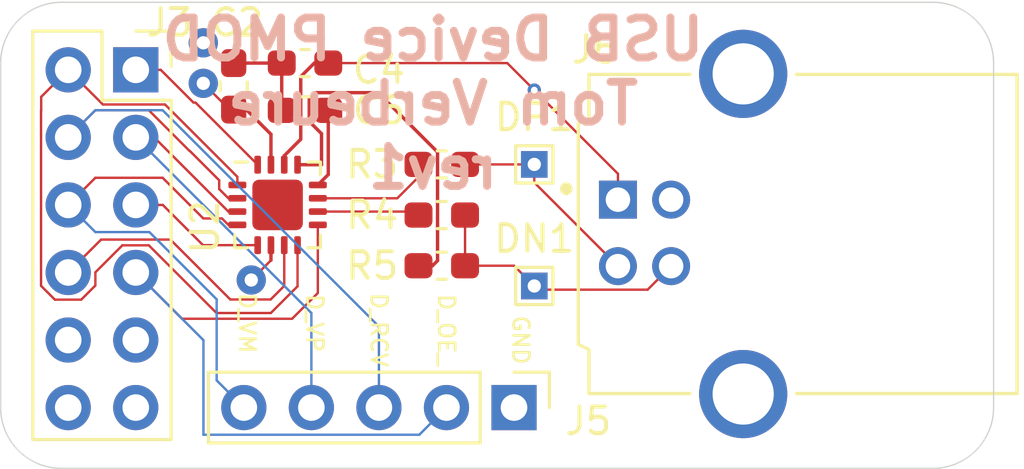
<source format=kicad_pcb>
(kicad_pcb (version 20171130) (host pcbnew 5.1.6-c6e7f7d~86~ubuntu18.04.1)

  (general
    (thickness 1.6)
    (drawings 15)
    (tracks 141)
    (zones 0)
    (modules 12)
    (nets 18)
  )

  (page A4)
  (layers
    (0 F.Cu signal)
    (1 In1.Cu power)
    (2 In2.Cu power)
    (31 B.Cu signal)
    (32 B.Adhes user)
    (33 F.Adhes user)
    (34 B.Paste user)
    (35 F.Paste user)
    (36 B.SilkS user)
    (37 F.SilkS user)
    (38 B.Mask user)
    (39 F.Mask user)
    (40 Dwgs.User user)
    (41 Cmts.User user)
    (42 Eco1.User user)
    (43 Eco2.User user)
    (44 Edge.Cuts user)
    (45 Margin user)
    (46 B.CrtYd user)
    (47 F.CrtYd user)
    (48 B.Fab user hide)
    (49 F.Fab user hide)
  )

  (setup
    (last_trace_width 0.127)
    (user_trace_width 0.0889)
    (user_trace_width 0.127)
    (trace_clearance 0.127)
    (zone_clearance 0.508)
    (zone_45_only no)
    (trace_min 0.0889)
    (via_size 0.5)
    (via_drill 0.254)
    (via_min_size 0.2)
    (via_min_drill 0.254)
    (uvia_size 0.6858)
    (uvia_drill 0.3302)
    (uvias_allowed no)
    (uvia_min_size 0.2)
    (uvia_min_drill 0.1)
    (edge_width 0.05)
    (segment_width 0.2)
    (pcb_text_width 0.3)
    (pcb_text_size 1.5 1.5)
    (mod_edge_width 0.12)
    (mod_text_size 1 1)
    (mod_text_width 0.15)
    (pad_size 1.524 1.524)
    (pad_drill 0.762)
    (pad_to_mask_clearance 0.051)
    (solder_mask_min_width 0.25)
    (aux_axis_origin 0 0)
    (visible_elements FFFFFF7F)
    (pcbplotparams
      (layerselection 0x010fc_ffffffff)
      (usegerberextensions false)
      (usegerberattributes false)
      (usegerberadvancedattributes false)
      (creategerberjobfile false)
      (excludeedgelayer true)
      (linewidth 0.100000)
      (plotframeref false)
      (viasonmask false)
      (mode 1)
      (useauxorigin false)
      (hpglpennumber 1)
      (hpglpenspeed 20)
      (hpglpendiameter 15.000000)
      (psnegative false)
      (psa4output false)
      (plotreference true)
      (plotvalue true)
      (plotinvisibletext false)
      (padsonsilk false)
      (subtractmaskfromsilk false)
      (outputformat 1)
      (mirror false)
      (drillshape 0)
      (scaleselection 1)
      (outputdirectory "gerbers/usb_dev_pmod/"))
  )

  (net 0 "")
  (net 1 +3V3)
  (net 2 GND)
  (net 3 /D_OE_)
  (net 4 /D_SUS)
  (net 5 /D_VM)
  (net 6 /D_VP)
  (net 7 /D_RCV)
  (net 8 /D_SPD)
  (net 9 /D_VTRM)
  (net 10 /D_DPR)
  (net 11 /D_DNR)
  (net 12 /D_VBUS)
  (net 13 /D_CON)
  (net 14 /D_VBUS_DET)
  (net 15 /D_DN)
  (net 16 /D_DP)
  (net 17 /D_VPU)

  (net_class Default "This is the default net class."
    (clearance 0.127)
    (trace_width 0.127)
    (via_dia 0.5)
    (via_drill 0.254)
    (uvia_dia 0.6858)
    (uvia_drill 0.3302)
    (add_net /D_CON)
    (add_net /D_DN)
    (add_net /D_DNR)
    (add_net /D_DP)
    (add_net /D_DPR)
    (add_net /D_OE_)
    (add_net /D_RCV)
    (add_net /D_SPD)
    (add_net /D_SUS)
    (add_net /D_VBUS)
    (add_net /D_VBUS_DET)
    (add_net /D_VM)
    (add_net /D_VP)
    (add_net /D_VPU)
    (add_net /D_VTRM)
  )

  (net_class Power ""
    (clearance 0.127)
    (trace_width 0.254)
    (via_dia 1.1)
    (via_drill 0.5)
    (uvia_dia 0.6858)
    (uvia_drill 0.3302)
    (add_net +3V3)
    (add_net GND)
  )

  (module TestPoint:TestPoint_THTPad_1.0x1.0mm_Drill0.5mm (layer F.Cu) (tedit 5A0F774F) (tstamp 609AECCE)
    (at 101.346 79.248)
    (descr "THT rectangular pad as test Point, square 1.0mm side length, hole diameter 0.5mm")
    (tags "test point THT pad rectangle square")
    (path /60DF4491)
    (attr virtual)
    (fp_text reference DN1 (at 0 -1.778) (layer F.SilkS)
      (effects (font (size 1 1) (thickness 0.15)))
    )
    (fp_text value TestPoint (at 0 1.55) (layer F.Fab)
      (effects (font (size 1 1) (thickness 0.15)))
    )
    (fp_line (start -0.7 -0.7) (end 0.7 -0.7) (layer F.SilkS) (width 0.12))
    (fp_line (start 0.7 -0.7) (end 0.7 0.7) (layer F.SilkS) (width 0.12))
    (fp_line (start 0.7 0.7) (end -0.7 0.7) (layer F.SilkS) (width 0.12))
    (fp_line (start -0.7 0.7) (end -0.7 -0.7) (layer F.SilkS) (width 0.12))
    (fp_line (start -1 -1) (end 1 -1) (layer F.CrtYd) (width 0.05))
    (fp_line (start -1 -1) (end -1 1) (layer F.CrtYd) (width 0.05))
    (fp_line (start 1 1) (end 1 -1) (layer F.CrtYd) (width 0.05))
    (fp_line (start 1 1) (end -1 1) (layer F.CrtYd) (width 0.05))
    (fp_text user %R (at 0 -1.45) (layer F.Fab)
      (effects (font (size 1 1) (thickness 0.15)))
    )
    (pad 1 thru_hole rect (at 0 0) (size 1 1) (drill 0.5) (layers *.Cu *.Mask)
      (net 15 /D_DN))
  )

  (module TestPoint:TestPoint_THTPad_1.0x1.0mm_Drill0.5mm (layer F.Cu) (tedit 5A0F774F) (tstamp 609AECC0)
    (at 101.346 74.676)
    (descr "THT rectangular pad as test Point, square 1.0mm side length, hole diameter 0.5mm")
    (tags "test point THT pad rectangle square")
    (path /60DF3239)
    (attr virtual)
    (fp_text reference DP1 (at 0 -1.778) (layer F.SilkS)
      (effects (font (size 1 1) (thickness 0.15)))
    )
    (fp_text value TestPoint (at 0 1.55) (layer F.Fab)
      (effects (font (size 1 1) (thickness 0.15)))
    )
    (fp_line (start -0.7 -0.7) (end 0.7 -0.7) (layer F.SilkS) (width 0.12))
    (fp_line (start 0.7 -0.7) (end 0.7 0.7) (layer F.SilkS) (width 0.12))
    (fp_line (start 0.7 0.7) (end -0.7 0.7) (layer F.SilkS) (width 0.12))
    (fp_line (start -0.7 0.7) (end -0.7 -0.7) (layer F.SilkS) (width 0.12))
    (fp_line (start -1 -1) (end 1 -1) (layer F.CrtYd) (width 0.05))
    (fp_line (start -1 -1) (end -1 1) (layer F.CrtYd) (width 0.05))
    (fp_line (start 1 1) (end 1 -1) (layer F.CrtYd) (width 0.05))
    (fp_line (start 1 1) (end -1 1) (layer F.CrtYd) (width 0.05))
    (fp_text user %R (at 0 -1.45) (layer F.Fab)
      (effects (font (size 1 1) (thickness 0.15)))
    )
    (pad 1 thru_hole rect (at 0 0) (size 1 1) (drill 0.5) (layers *.Cu *.Mask)
      (net 16 /D_DP))
  )

  (module SnapEDA:ASSMANN_AU-Y1007 (layer F.Cu) (tedit 5E83EB1A) (tstamp 5E9B3E12)
    (at 111.252 77.292 90)
    (path /603C6858)
    (fp_text reference J6 (at 6.934 -7.62) (layer F.SilkS)
      (effects (font (size 1 1) (thickness 0.15)))
    )
    (fp_text value AU-Y1007 (at 3.37 9.915 90) (layer F.Fab)
      (effects (font (size 1 1) (thickness 0.015)))
    )
    (fp_line (start -6 -7.85) (end -6 8.25) (layer F.Fab) (width 0.127))
    (fp_line (start -6 8.25) (end 6 8.25) (layer F.Fab) (width 0.127))
    (fp_line (start 6 8.25) (end 6 -7.85) (layer F.Fab) (width 0.127))
    (fp_line (start 6 -7.85) (end -6 -7.85) (layer F.Fab) (width 0.127))
    (fp_line (start -4.35 -7.86) (end -4.15 -8.25) (layer F.Fab) (width 0.127))
    (fp_line (start -4.15 -8.25) (end 4.15 -8.25) (layer F.Fab) (width 0.127))
    (fp_line (start 4.15 -8.25) (end 4.35 -7.86) (layer F.Fab) (width 0.127))
    (fp_line (start -6.25 -8.5) (end 6.25 -8.5) (layer F.CrtYd) (width 0.05))
    (fp_line (start 6.25 -8.5) (end 6.25 -3.96) (layer F.CrtYd) (width 0.05))
    (fp_line (start 6.25 -3.96) (end 7.93 -3.96) (layer F.CrtYd) (width 0.05))
    (fp_line (start 7.93 -3.96) (end 7.93 -0.14) (layer F.CrtYd) (width 0.05))
    (fp_line (start 7.93 -0.14) (end 6.25 -0.14) (layer F.CrtYd) (width 0.05))
    (fp_line (start 6.25 -0.14) (end 6.25 8.5) (layer F.CrtYd) (width 0.05))
    (fp_line (start 6.25 8.5) (end -6.25 8.5) (layer F.CrtYd) (width 0.05))
    (fp_line (start -6.25 8.5) (end -6.25 -0.14) (layer F.CrtYd) (width 0.05))
    (fp_line (start -6.25 -0.14) (end -7.93 -0.14) (layer F.CrtYd) (width 0.05))
    (fp_line (start -7.93 -0.14) (end -7.93 -3.96) (layer F.CrtYd) (width 0.05))
    (fp_line (start -7.93 -3.96) (end -6.25 -3.96) (layer F.CrtYd) (width 0.05))
    (fp_line (start -6.25 -3.96) (end -6.25 -8.5) (layer F.CrtYd) (width 0.05))
    (fp_line (start -6 -7.85) (end -4.35 -7.85) (layer F.SilkS) (width 0.127))
    (fp_line (start -4.35 -7.85) (end -4.15 -8.25) (layer F.SilkS) (width 0.127))
    (fp_line (start -4.15 -8.25) (end 4.15 -8.25) (layer F.SilkS) (width 0.127))
    (fp_line (start 4.15 -8.25) (end 4.35 -7.85) (layer F.SilkS) (width 0.127))
    (fp_line (start 4.35 -7.85) (end 6 -7.85) (layer F.SilkS) (width 0.127))
    (fp_line (start 6 -7.85) (end 6 -4.05) (layer F.SilkS) (width 0.127))
    (fp_line (start 6 -0.05) (end 6 8.25) (layer F.SilkS) (width 0.127))
    (fp_line (start 6 8.25) (end -6 8.25) (layer F.SilkS) (width 0.127))
    (fp_line (start -6 8.25) (end -6 -0.05) (layer F.SilkS) (width 0.127))
    (fp_line (start -6 -4.05) (end -6 -7.85) (layer F.SilkS) (width 0.127))
    (fp_circle (center 1.7 -8.7) (end 1.82 -8.7) (layer F.SilkS) (width 0.24))
    (pad S2 thru_hole circle (at 6.02 -2.05 90) (size 3.316 3.316) (drill 2.3) (layers *.Cu *.Mask)
      (net 2 GND))
    (pad S1 thru_hole circle (at -6.02 -2.05 90) (size 3.316 3.316) (drill 2.3) (layers *.Cu *.Mask)
      (net 2 GND))
    (pad 4 thru_hole circle (at 1.29 -4.76 90) (size 1.428 1.428) (drill 0.92) (layers *.Cu *.Mask)
      (net 2 GND))
    (pad 3 thru_hole circle (at -1.21 -4.76 90) (size 1.428 1.428) (drill 0.92) (layers *.Cu *.Mask)
      (net 15 /D_DN))
    (pad 2 thru_hole circle (at -1.21 -6.76 90) (size 1.428 1.428) (drill 0.92) (layers *.Cu *.Mask)
      (net 16 /D_DP))
    (pad 1 thru_hole rect (at 1.29 -6.76 90) (size 1.428 1.428) (drill 0.92) (layers *.Cu *.Mask)
      (net 12 /D_VBUS))
  )

  (module Capacitor_SMD:C_0603_1608Metric_Pad1.05x0.95mm_HandSolder (layer F.Cu) (tedit 5B301BBE) (tstamp 609A7DDF)
    (at 90.043 71.741 270)
    (descr "Capacitor SMD 0603 (1608 Metric), square (rectangular) end terminal, IPC_7351 nominal with elongated pad for handsoldering. (Body size source: http://www.tortai-tech.com/upload/download/2011102023233369053.pdf), generated with kicad-footprint-generator")
    (tags "capacitor handsolder")
    (path /60029D04)
    (attr smd)
    (fp_text reference C2 (at -2.399 -0.127 180) (layer F.SilkS)
      (effects (font (size 1 1) (thickness 0.15)))
    )
    (fp_text value 0.1uF (at 0 1.43 90) (layer F.Fab)
      (effects (font (size 1 1) (thickness 0.15)))
    )
    (fp_line (start -0.8 0.4) (end -0.8 -0.4) (layer F.Fab) (width 0.1))
    (fp_line (start -0.8 -0.4) (end 0.8 -0.4) (layer F.Fab) (width 0.1))
    (fp_line (start 0.8 -0.4) (end 0.8 0.4) (layer F.Fab) (width 0.1))
    (fp_line (start 0.8 0.4) (end -0.8 0.4) (layer F.Fab) (width 0.1))
    (fp_line (start -0.171267 -0.51) (end 0.171267 -0.51) (layer F.SilkS) (width 0.12))
    (fp_line (start -0.171267 0.51) (end 0.171267 0.51) (layer F.SilkS) (width 0.12))
    (fp_line (start -1.65 0.73) (end -1.65 -0.73) (layer F.CrtYd) (width 0.05))
    (fp_line (start -1.65 -0.73) (end 1.65 -0.73) (layer F.CrtYd) (width 0.05))
    (fp_line (start 1.65 -0.73) (end 1.65 0.73) (layer F.CrtYd) (width 0.05))
    (fp_line (start 1.65 0.73) (end -1.65 0.73) (layer F.CrtYd) (width 0.05))
    (fp_text user %R (at 0 0 90) (layer F.Fab)
      (effects (font (size 0.4 0.4) (thickness 0.06)))
    )
    (pad 2 smd roundrect (at 0.875 0 270) (size 1.05 0.95) (layers F.Cu F.Paste F.Mask) (roundrect_rratio 0.25)
      (net 1 +3V3))
    (pad 1 smd roundrect (at -0.875 0 270) (size 1.05 0.95) (layers F.Cu F.Paste F.Mask) (roundrect_rratio 0.25)
      (net 2 GND))
    (model ${KISYS3DMOD}/Capacitor_SMD.3dshapes/C_0603_1608Metric.wrl
      (at (xyz 0 0 0))
      (scale (xyz 1 1 1))
      (rotate (xyz 0 0 0))
    )
  )

  (module Capacitor_SMD:C_0603_1608Metric_Pad1.05x0.95mm_HandSolder (layer F.Cu) (tedit 5B301BBE) (tstamp 609A7F17)
    (at 92.724 72.644 180)
    (descr "Capacitor SMD 0603 (1608 Metric), square (rectangular) end terminal, IPC_7351 nominal with elongated pad for handsoldering. (Body size source: http://www.tortai-tech.com/upload/download/2011102023233369053.pdf), generated with kicad-footprint-generator")
    (tags "capacitor handsolder")
    (path /5F194EC7)
    (attr smd)
    (fp_text reference C6 (at -2.78 0) (layer F.SilkS)
      (effects (font (size 1 1) (thickness 0.15)))
    )
    (fp_text value 1uF (at 0 1.43) (layer F.Fab)
      (effects (font (size 1 1) (thickness 0.15)))
    )
    (fp_line (start -0.8 0.4) (end -0.8 -0.4) (layer F.Fab) (width 0.1))
    (fp_line (start -0.8 -0.4) (end 0.8 -0.4) (layer F.Fab) (width 0.1))
    (fp_line (start 0.8 -0.4) (end 0.8 0.4) (layer F.Fab) (width 0.1))
    (fp_line (start 0.8 0.4) (end -0.8 0.4) (layer F.Fab) (width 0.1))
    (fp_line (start -0.171267 -0.51) (end 0.171267 -0.51) (layer F.SilkS) (width 0.12))
    (fp_line (start -0.171267 0.51) (end 0.171267 0.51) (layer F.SilkS) (width 0.12))
    (fp_line (start -1.65 0.73) (end -1.65 -0.73) (layer F.CrtYd) (width 0.05))
    (fp_line (start -1.65 -0.73) (end 1.65 -0.73) (layer F.CrtYd) (width 0.05))
    (fp_line (start 1.65 -0.73) (end 1.65 0.73) (layer F.CrtYd) (width 0.05))
    (fp_line (start 1.65 0.73) (end -1.65 0.73) (layer F.CrtYd) (width 0.05))
    (fp_text user %R (at 0 0) (layer F.Fab)
      (effects (font (size 0.4 0.4) (thickness 0.06)))
    )
    (pad 2 smd roundrect (at 0.875 0 180) (size 1.05 0.95) (layers F.Cu F.Paste F.Mask) (roundrect_rratio 0.25)
      (net 2 GND))
    (pad 1 smd roundrect (at -0.875 0 180) (size 1.05 0.95) (layers F.Cu F.Paste F.Mask) (roundrect_rratio 0.25)
      (net 9 /D_VTRM))
    (model ${KISYS3DMOD}/Capacitor_SMD.3dshapes/C_0603_1608Metric.wrl
      (at (xyz 0 0 0))
      (scale (xyz 1 1 1))
      (rotate (xyz 0 0 0))
    )
  )

  (module Capacitor_SMD:C_0603_1608Metric_Pad1.05x0.95mm_HandSolder (layer F.Cu) (tedit 5B301BBE) (tstamp 609A7F64)
    (at 92.724 70.866 180)
    (descr "Capacitor SMD 0603 (1608 Metric), square (rectangular) end terminal, IPC_7351 nominal with elongated pad for handsoldering. (Body size source: http://www.tortai-tech.com/upload/download/2011102023233369053.pdf), generated with kicad-footprint-generator")
    (tags "capacitor handsolder")
    (path /5F15C481)
    (attr smd)
    (fp_text reference C4 (at -2.78 -0.254) (layer F.SilkS)
      (effects (font (size 1 1) (thickness 0.15)))
    )
    (fp_text value 4.7uF (at 0 1.43) (layer F.Fab)
      (effects (font (size 1 1) (thickness 0.15)))
    )
    (fp_line (start -0.8 0.4) (end -0.8 -0.4) (layer F.Fab) (width 0.1))
    (fp_line (start -0.8 -0.4) (end 0.8 -0.4) (layer F.Fab) (width 0.1))
    (fp_line (start 0.8 -0.4) (end 0.8 0.4) (layer F.Fab) (width 0.1))
    (fp_line (start 0.8 0.4) (end -0.8 0.4) (layer F.Fab) (width 0.1))
    (fp_line (start -0.171267 -0.51) (end 0.171267 -0.51) (layer F.SilkS) (width 0.12))
    (fp_line (start -0.171267 0.51) (end 0.171267 0.51) (layer F.SilkS) (width 0.12))
    (fp_line (start -1.65 0.73) (end -1.65 -0.73) (layer F.CrtYd) (width 0.05))
    (fp_line (start -1.65 -0.73) (end 1.65 -0.73) (layer F.CrtYd) (width 0.05))
    (fp_line (start 1.65 -0.73) (end 1.65 0.73) (layer F.CrtYd) (width 0.05))
    (fp_line (start 1.65 0.73) (end -1.65 0.73) (layer F.CrtYd) (width 0.05))
    (fp_text user %R (at 0 0) (layer F.Fab)
      (effects (font (size 0.4 0.4) (thickness 0.06)))
    )
    (pad 2 smd roundrect (at 0.875 0 180) (size 1.05 0.95) (layers F.Cu F.Paste F.Mask) (roundrect_rratio 0.25)
      (net 2 GND))
    (pad 1 smd roundrect (at -0.875 0 180) (size 1.05 0.95) (layers F.Cu F.Paste F.Mask) (roundrect_rratio 0.25)
      (net 12 /D_VBUS))
    (model ${KISYS3DMOD}/Capacitor_SMD.3dshapes/C_0603_1608Metric.wrl
      (at (xyz 0 0 0))
      (scale (xyz 1 1 1))
      (rotate (xyz 0 0 0))
    )
  )

  (module Connector_PinHeader_2.54mm:PinHeader_1x05_P2.54mm_Vertical locked (layer F.Cu) (tedit 59FED5CC) (tstamp 609A8001)
    (at 100.584 83.82 270)
    (descr "Through hole straight pin header, 1x05, 2.54mm pitch, single row")
    (tags "Through hole pin header THT 1x05 2.54mm single row")
    (path /5E5CCA3E)
    (fp_text reference J5 (at 0.508 -2.794 180) (layer F.SilkS)
      (effects (font (size 1 1) (thickness 0.15)))
    )
    (fp_text value "DEV DEBUG" (at 0 12.49 90) (layer F.Fab)
      (effects (font (size 1 1) (thickness 0.15)))
    )
    (fp_line (start -0.635 -1.27) (end 1.27 -1.27) (layer F.Fab) (width 0.1))
    (fp_line (start 1.27 -1.27) (end 1.27 11.43) (layer F.Fab) (width 0.1))
    (fp_line (start 1.27 11.43) (end -1.27 11.43) (layer F.Fab) (width 0.1))
    (fp_line (start -1.27 11.43) (end -1.27 -0.635) (layer F.Fab) (width 0.1))
    (fp_line (start -1.27 -0.635) (end -0.635 -1.27) (layer F.Fab) (width 0.1))
    (fp_line (start -1.33 11.49) (end 1.33 11.49) (layer F.SilkS) (width 0.12))
    (fp_line (start -1.33 1.27) (end -1.33 11.49) (layer F.SilkS) (width 0.12))
    (fp_line (start 1.33 1.27) (end 1.33 11.49) (layer F.SilkS) (width 0.12))
    (fp_line (start -1.33 1.27) (end 1.33 1.27) (layer F.SilkS) (width 0.12))
    (fp_line (start -1.33 0) (end -1.33 -1.33) (layer F.SilkS) (width 0.12))
    (fp_line (start -1.33 -1.33) (end 0 -1.33) (layer F.SilkS) (width 0.12))
    (fp_line (start -1.8 -1.8) (end -1.8 11.95) (layer F.CrtYd) (width 0.05))
    (fp_line (start -1.8 11.95) (end 1.8 11.95) (layer F.CrtYd) (width 0.05))
    (fp_line (start 1.8 11.95) (end 1.8 -1.8) (layer F.CrtYd) (width 0.05))
    (fp_line (start 1.8 -1.8) (end -1.8 -1.8) (layer F.CrtYd) (width 0.05))
    (fp_text user %R (at 0 5.08) (layer F.Fab)
      (effects (font (size 1 1) (thickness 0.15)))
    )
    (pad 5 thru_hole oval (at 0 10.16 270) (size 1.7 1.7) (drill 1) (layers *.Cu *.Mask)
      (net 5 /D_VM))
    (pad 4 thru_hole oval (at 0 7.62 270) (size 1.7 1.7) (drill 1) (layers *.Cu *.Mask)
      (net 6 /D_VP))
    (pad 3 thru_hole oval (at 0 5.08 270) (size 1.7 1.7) (drill 1) (layers *.Cu *.Mask)
      (net 7 /D_RCV))
    (pad 2 thru_hole oval (at 0 2.54 270) (size 1.7 1.7) (drill 1) (layers *.Cu *.Mask)
      (net 3 /D_OE_))
    (pad 1 thru_hole rect (at 0 0 270) (size 1.7 1.7) (drill 1) (layers *.Cu *.Mask)
      (net 2 GND))
    (model ${KISYS3DMOD}/Connector_PinHeader_2.54mm.3dshapes/PinHeader_1x05_P2.54mm_Vertical.wrl
      (at (xyz 0 0 0))
      (scale (xyz 1 1 1))
      (rotate (xyz 0 0 0))
    )
  )

  (module custom_parts:PMOD_Male locked (layer F.Cu) (tedit 5E519846) (tstamp 5E51F554)
    (at 86.36 71.12)
    (descr "Through hole straight pin header, 2x06, 2.54mm pitch, double rows")
    (tags "Through hole pin header THT 2x06 2.54mm double row")
    (path /5E521946)
    (fp_text reference J3 (at 1.27 -1.778) (layer F.SilkS)
      (effects (font (size 1 1) (thickness 0.15)))
    )
    (fp_text value "PMOD B" (at -1.27 15.03) (layer F.Fab)
      (effects (font (size 1 1) (thickness 0.15)))
    )
    (fp_line (start 0 -1.397) (end -3.81 -1.397) (layer F.Fab) (width 0.1))
    (fp_line (start -3.81 -1.397) (end -3.81 13.843) (layer F.Fab) (width 0.1))
    (fp_line (start -3.81 13.843) (end 1.27 13.843) (layer F.Fab) (width 0.1))
    (fp_line (start 1.27 13.843) (end 1.27 -0.127) (layer F.Fab) (width 0.1))
    (fp_line (start 1.27 -0.127) (end 0 -1.397) (layer F.Fab) (width 0.1))
    (fp_line (start 1.33 13.903) (end -3.87 13.903) (layer F.SilkS) (width 0.12))
    (fp_line (start 1.33 1.143) (end 1.33 13.903) (layer F.SilkS) (width 0.12))
    (fp_line (start -3.87 -1.457) (end -3.87 13.903) (layer F.SilkS) (width 0.12))
    (fp_line (start 1.33 1.143) (end -1.27 1.143) (layer F.SilkS) (width 0.12))
    (fp_line (start -1.27 1.143) (end -1.27 -1.457) (layer F.SilkS) (width 0.12))
    (fp_line (start -1.27 -1.457) (end -3.87 -1.457) (layer F.SilkS) (width 0.12))
    (fp_line (start 1.33 -0.127) (end 1.33 -1.457) (layer F.SilkS) (width 0.12))
    (fp_line (start 1.33 -1.457) (end 0 -1.457) (layer F.SilkS) (width 0.12))
    (fp_line (start 1.8 -1.927) (end 1.8 14.373) (layer F.CrtYd) (width 0.05))
    (fp_line (start 1.8 14.373) (end -4.35 14.373) (layer F.CrtYd) (width 0.05))
    (fp_line (start -4.35 14.373) (end -4.35 -1.927) (layer F.CrtYd) (width 0.05))
    (fp_line (start -4.35 -1.927) (end 1.8 -1.927) (layer F.CrtYd) (width 0.05))
    (fp_text user %R (at -1.27 6.35 90) (layer F.Fab)
      (effects (font (size 1 1) (thickness 0.15)))
    )
    (pad 12 thru_hole oval (at -2.54 12.7) (size 1.7 1.7) (drill 1) (layers *.Cu *.Mask)
      (net 1 +3V3))
    (pad 6 thru_hole oval (at 0 12.7) (size 1.7 1.7) (drill 1) (layers *.Cu *.Mask)
      (net 1 +3V3))
    (pad 11 thru_hole oval (at -2.54 10.16) (size 1.7 1.7) (drill 1) (layers *.Cu *.Mask)
      (net 2 GND))
    (pad 5 thru_hole oval (at 0 10.16) (size 1.7 1.7) (drill 1) (layers *.Cu *.Mask)
      (net 2 GND))
    (pad 10 thru_hole oval (at -2.54 7.62) (size 1.7 1.7) (drill 1) (layers *.Cu *.Mask)
      (net 4 /D_SUS))
    (pad 4 thru_hole oval (at 0 7.62) (size 1.7 1.7) (drill 1) (layers *.Cu *.Mask)
      (net 3 /D_OE_))
    (pad 9 thru_hole oval (at -2.54 5.08) (size 1.7 1.7) (drill 1) (layers *.Cu *.Mask)
      (net 5 /D_VM))
    (pad 3 thru_hole oval (at 0 5.08) (size 1.7 1.7) (drill 1) (layers *.Cu *.Mask)
      (net 13 /D_CON))
    (pad 8 thru_hole oval (at -2.54 2.54) (size 1.7 1.7) (drill 1) (layers *.Cu *.Mask)
      (net 7 /D_RCV))
    (pad 2 thru_hole oval (at 0 2.54) (size 1.7 1.7) (drill 1) (layers *.Cu *.Mask)
      (net 6 /D_VP))
    (pad 7 thru_hole oval (at -2.54 0) (size 1.7 1.7) (drill 1) (layers *.Cu *.Mask)
      (net 8 /D_SPD))
    (pad 1 thru_hole rect (at 0 0) (size 1.7 1.7) (drill 1) (layers *.Cu *.Mask)
      (net 14 /D_VBUS_DET))
    (model ${KISYS3DMOD}/Connector_PinHeader_2.54mm.3dshapes/PinHeader_2x06_P2.54mm_Vertical.wrl
      (offset (xyz -2.54 0 0))
      (scale (xyz 1 1 1))
      (rotate (xyz 0 0 0))
    )
  )

  (module Resistor_SMD:R_0603_1608Metric_Pad1.05x0.95mm_HandSolder (layer F.Cu) (tedit 5B301BBD) (tstamp 609A7DA6)
    (at 97.8675 76.581 180)
    (descr "Resistor SMD 0603 (1608 Metric), square (rectangular) end terminal, IPC_7351 nominal with elongated pad for handsoldering. (Body size source: http://www.tortai-tech.com/upload/download/2011102023233369053.pdf), generated with kicad-footprint-generator")
    (tags "resistor handsolder")
    (path /5E527003)
    (attr smd)
    (fp_text reference R4 (at 2.6175 0) (layer F.SilkS)
      (effects (font (size 1 1) (thickness 0.15)))
    )
    (fp_text value 20 (at 0 1.43) (layer F.Fab)
      (effects (font (size 1 1) (thickness 0.15)))
    )
    (fp_line (start -0.8 0.4) (end -0.8 -0.4) (layer F.Fab) (width 0.1))
    (fp_line (start -0.8 -0.4) (end 0.8 -0.4) (layer F.Fab) (width 0.1))
    (fp_line (start 0.8 -0.4) (end 0.8 0.4) (layer F.Fab) (width 0.1))
    (fp_line (start 0.8 0.4) (end -0.8 0.4) (layer F.Fab) (width 0.1))
    (fp_line (start -0.171267 -0.51) (end 0.171267 -0.51) (layer F.SilkS) (width 0.12))
    (fp_line (start -0.171267 0.51) (end 0.171267 0.51) (layer F.SilkS) (width 0.12))
    (fp_line (start -1.65 0.73) (end -1.65 -0.73) (layer F.CrtYd) (width 0.05))
    (fp_line (start -1.65 -0.73) (end 1.65 -0.73) (layer F.CrtYd) (width 0.05))
    (fp_line (start 1.65 -0.73) (end 1.65 0.73) (layer F.CrtYd) (width 0.05))
    (fp_line (start 1.65 0.73) (end -1.65 0.73) (layer F.CrtYd) (width 0.05))
    (fp_text user %R (at 0 0) (layer F.Fab)
      (effects (font (size 0.4 0.4) (thickness 0.06)))
    )
    (pad 2 smd roundrect (at 0.875 0 180) (size 1.05 0.95) (layers F.Cu F.Paste F.Mask) (roundrect_rratio 0.25)
      (net 11 /D_DNR))
    (pad 1 smd roundrect (at -0.875 0 180) (size 1.05 0.95) (layers F.Cu F.Paste F.Mask) (roundrect_rratio 0.25)
      (net 15 /D_DN))
    (model ${KISYS3DMOD}/Resistor_SMD.3dshapes/R_0603_1608Metric.wrl
      (at (xyz 0 0 0))
      (scale (xyz 1 1 1))
      (rotate (xyz 0 0 0))
    )
  )

  (module Resistor_SMD:R_0603_1608Metric_Pad1.05x0.95mm_HandSolder (layer F.Cu) (tedit 5B301BBD) (tstamp 609A7D76)
    (at 97.8675 74.676 180)
    (descr "Resistor SMD 0603 (1608 Metric), square (rectangular) end terminal, IPC_7351 nominal with elongated pad for handsoldering. (Body size source: http://www.tortai-tech.com/upload/download/2011102023233369053.pdf), generated with kicad-footprint-generator")
    (tags "resistor handsolder")
    (path /5E525FEB)
    (attr smd)
    (fp_text reference R3 (at 2.6175 0) (layer F.SilkS)
      (effects (font (size 1 1) (thickness 0.15)))
    )
    (fp_text value 20 (at 0 1.43) (layer F.Fab)
      (effects (font (size 1 1) (thickness 0.15)))
    )
    (fp_line (start -0.8 0.4) (end -0.8 -0.4) (layer F.Fab) (width 0.1))
    (fp_line (start -0.8 -0.4) (end 0.8 -0.4) (layer F.Fab) (width 0.1))
    (fp_line (start 0.8 -0.4) (end 0.8 0.4) (layer F.Fab) (width 0.1))
    (fp_line (start 0.8 0.4) (end -0.8 0.4) (layer F.Fab) (width 0.1))
    (fp_line (start -0.171267 -0.51) (end 0.171267 -0.51) (layer F.SilkS) (width 0.12))
    (fp_line (start -0.171267 0.51) (end 0.171267 0.51) (layer F.SilkS) (width 0.12))
    (fp_line (start -1.65 0.73) (end -1.65 -0.73) (layer F.CrtYd) (width 0.05))
    (fp_line (start -1.65 -0.73) (end 1.65 -0.73) (layer F.CrtYd) (width 0.05))
    (fp_line (start 1.65 -0.73) (end 1.65 0.73) (layer F.CrtYd) (width 0.05))
    (fp_line (start 1.65 0.73) (end -1.65 0.73) (layer F.CrtYd) (width 0.05))
    (fp_text user %R (at 0 0) (layer F.Fab)
      (effects (font (size 0.4 0.4) (thickness 0.06)))
    )
    (pad 2 smd roundrect (at 0.875 0 180) (size 1.05 0.95) (layers F.Cu F.Paste F.Mask) (roundrect_rratio 0.25)
      (net 10 /D_DPR))
    (pad 1 smd roundrect (at -0.875 0 180) (size 1.05 0.95) (layers F.Cu F.Paste F.Mask) (roundrect_rratio 0.25)
      (net 16 /D_DP))
    (model ${KISYS3DMOD}/Resistor_SMD.3dshapes/R_0603_1608Metric.wrl
      (at (xyz 0 0 0))
      (scale (xyz 1 1 1))
      (rotate (xyz 0 0 0))
    )
  )

  (module Resistor_SMD:R_0603_1608Metric_Pad1.05x0.95mm_HandSolder (layer F.Cu) (tedit 5B301BBD) (tstamp 609A7D46)
    (at 97.8675 78.486 180)
    (descr "Resistor SMD 0603 (1608 Metric), square (rectangular) end terminal, IPC_7351 nominal with elongated pad for handsoldering. (Body size source: http://www.tortai-tech.com/upload/download/2011102023233369053.pdf), generated with kicad-footprint-generator")
    (tags "resistor handsolder")
    (path /5E542BB5)
    (attr smd)
    (fp_text reference R5 (at 2.6175 0) (layer F.SilkS)
      (effects (font (size 1 1) (thickness 0.15)))
    )
    (fp_text value 1.5K (at 0 1.43) (layer F.Fab)
      (effects (font (size 1 1) (thickness 0.15)))
    )
    (fp_line (start -0.8 0.4) (end -0.8 -0.4) (layer F.Fab) (width 0.1))
    (fp_line (start -0.8 -0.4) (end 0.8 -0.4) (layer F.Fab) (width 0.1))
    (fp_line (start 0.8 -0.4) (end 0.8 0.4) (layer F.Fab) (width 0.1))
    (fp_line (start 0.8 0.4) (end -0.8 0.4) (layer F.Fab) (width 0.1))
    (fp_line (start -0.171267 -0.51) (end 0.171267 -0.51) (layer F.SilkS) (width 0.12))
    (fp_line (start -0.171267 0.51) (end 0.171267 0.51) (layer F.SilkS) (width 0.12))
    (fp_line (start -1.65 0.73) (end -1.65 -0.73) (layer F.CrtYd) (width 0.05))
    (fp_line (start -1.65 -0.73) (end 1.65 -0.73) (layer F.CrtYd) (width 0.05))
    (fp_line (start 1.65 -0.73) (end 1.65 0.73) (layer F.CrtYd) (width 0.05))
    (fp_line (start 1.65 0.73) (end -1.65 0.73) (layer F.CrtYd) (width 0.05))
    (fp_text user %R (at 0 0) (layer F.Fab)
      (effects (font (size 0.4 0.4) (thickness 0.06)))
    )
    (pad 2 smd roundrect (at 0.875 0 180) (size 1.05 0.95) (layers F.Cu F.Paste F.Mask) (roundrect_rratio 0.25)
      (net 17 /D_VPU))
    (pad 1 smd roundrect (at -0.875 0 180) (size 1.05 0.95) (layers F.Cu F.Paste F.Mask) (roundrect_rratio 0.25)
      (net 15 /D_DN))
    (model ${KISYS3DMOD}/Resistor_SMD.3dshapes/R_0603_1608Metric.wrl
      (at (xyz 0 0 0))
      (scale (xyz 1 1 1))
      (rotate (xyz 0 0 0))
    )
  )

  (module Package_DFN_QFN:QFN-16-1EP_3x3mm_P0.5mm_EP1.9x1.9mm (layer F.Cu) (tedit 5C1D3A87) (tstamp 609A7E28)
    (at 91.694 76.2)
    (descr "QFN, 16 Pin (https://www.nxp.com/docs/en/package-information/98ASA00525D.pdf), generated with kicad-footprint-generator ipc_dfn_qfn_generator.py")
    (tags "QFN DFN_QFN")
    (path /5E51B076)
    (attr smd)
    (fp_text reference U2 (at -2.7305 0.8255 90) (layer F.SilkS)
      (effects (font (size 1 1) (thickness 0.15)))
    )
    (fp_text value STUSB03E (at 0 2.8) (layer F.Fab)
      (effects (font (size 1 1) (thickness 0.15)))
    )
    (fp_line (start 1.135 -1.61) (end 1.61 -1.61) (layer F.SilkS) (width 0.12))
    (fp_line (start 1.61 -1.61) (end 1.61 -1.135) (layer F.SilkS) (width 0.12))
    (fp_line (start -1.135 1.61) (end -1.61 1.61) (layer F.SilkS) (width 0.12))
    (fp_line (start -1.61 1.61) (end -1.61 1.135) (layer F.SilkS) (width 0.12))
    (fp_line (start 1.135 1.61) (end 1.61 1.61) (layer F.SilkS) (width 0.12))
    (fp_line (start 1.61 1.61) (end 1.61 1.135) (layer F.SilkS) (width 0.12))
    (fp_line (start -1.135 -1.61) (end -1.61 -1.61) (layer F.SilkS) (width 0.12))
    (fp_line (start -0.75 -1.5) (end 1.5 -1.5) (layer F.Fab) (width 0.1))
    (fp_line (start 1.5 -1.5) (end 1.5 1.5) (layer F.Fab) (width 0.1))
    (fp_line (start 1.5 1.5) (end -1.5 1.5) (layer F.Fab) (width 0.1))
    (fp_line (start -1.5 1.5) (end -1.5 -0.75) (layer F.Fab) (width 0.1))
    (fp_line (start -1.5 -0.75) (end -0.75 -1.5) (layer F.Fab) (width 0.1))
    (fp_line (start -2.1 -2.1) (end -2.1 2.1) (layer F.CrtYd) (width 0.05))
    (fp_line (start -2.1 2.1) (end 2.1 2.1) (layer F.CrtYd) (width 0.05))
    (fp_line (start 2.1 2.1) (end 2.1 -2.1) (layer F.CrtYd) (width 0.05))
    (fp_line (start 2.1 -2.1) (end -2.1 -2.1) (layer F.CrtYd) (width 0.05))
    (fp_text user %R (at -2.54 -5.08) (layer F.Fab)
      (effects (font (size 0.75 0.75) (thickness 0.11)))
    )
    (pad 16 smd roundrect (at -0.75 -1.5125) (size 0.25 0.675) (layers F.Cu F.Paste F.Mask) (roundrect_rratio 0.25)
      (net 14 /D_VBUS_DET))
    (pad 15 smd roundrect (at -0.25 -1.5125) (size 0.25 0.675) (layers F.Cu F.Paste F.Mask) (roundrect_rratio 0.25)
      (net 1 +3V3))
    (pad 14 smd roundrect (at 0.25 -1.5125) (size 0.25 0.675) (layers F.Cu F.Paste F.Mask) (roundrect_rratio 0.25)
      (net 12 /D_VBUS))
    (pad 13 smd roundrect (at 0.75 -1.5125) (size 0.25 0.675) (layers F.Cu F.Paste F.Mask) (roundrect_rratio 0.25)
      (net 17 /D_VPU))
    (pad 12 smd roundrect (at 1.5125 -0.75) (size 0.675 0.25) (layers F.Cu F.Paste F.Mask) (roundrect_rratio 0.25)
      (net 9 /D_VTRM))
    (pad 11 smd roundrect (at 1.5125 -0.25) (size 0.675 0.25) (layers F.Cu F.Paste F.Mask) (roundrect_rratio 0.25)
      (net 10 /D_DPR))
    (pad 10 smd roundrect (at 1.5125 0.25) (size 0.675 0.25) (layers F.Cu F.Paste F.Mask) (roundrect_rratio 0.25)
      (net 11 /D_DNR))
    (pad 9 smd roundrect (at 1.5125 0.75) (size 0.675 0.25) (layers F.Cu F.Paste F.Mask) (roundrect_rratio 0.25)
      (net 3 /D_OE_))
    (pad 8 smd roundrect (at 0.75 1.5125) (size 0.25 0.675) (layers F.Cu F.Paste F.Mask) (roundrect_rratio 0.25)
      (net 8 /D_SPD))
    (pad 7 smd roundrect (at 0.25 1.5125) (size 0.25 0.675) (layers F.Cu F.Paste F.Mask) (roundrect_rratio 0.25)
      (net 4 /D_SUS))
    (pad 6 smd roundrect (at -0.25 1.5125) (size 0.25 0.675) (layers F.Cu F.Paste F.Mask) (roundrect_rratio 0.25)
      (net 2 GND))
    (pad 5 smd roundrect (at -0.75 1.5125) (size 0.25 0.675) (layers F.Cu F.Paste F.Mask) (roundrect_rratio 0.25)
      (net 13 /D_CON))
    (pad 4 smd roundrect (at -1.5125 0.75) (size 0.675 0.25) (layers F.Cu F.Paste F.Mask) (roundrect_rratio 0.25)
      (net 5 /D_VM))
    (pad 3 smd roundrect (at -1.5125 0.25) (size 0.675 0.25) (layers F.Cu F.Paste F.Mask) (roundrect_rratio 0.25)
      (net 6 /D_VP))
    (pad 2 smd roundrect (at -1.5125 -0.25) (size 0.675 0.25) (layers F.Cu F.Paste F.Mask) (roundrect_rratio 0.25)
      (net 7 /D_RCV))
    (pad 1 smd roundrect (at -1.5125 -0.75) (size 0.675 0.25) (layers F.Cu F.Paste F.Mask) (roundrect_rratio 0.25)
      (net 8 /D_SPD))
    (pad "" smd roundrect (at 0.475 0.475) (size 0.77 0.77) (layers F.Paste) (roundrect_rratio 0.25))
    (pad "" smd roundrect (at 0.475 -0.475) (size 0.77 0.77) (layers F.Paste) (roundrect_rratio 0.25))
    (pad "" smd roundrect (at -0.475 0.475) (size 0.77 0.77) (layers F.Paste) (roundrect_rratio 0.25))
    (pad "" smd roundrect (at -0.475 -0.475) (size 0.77 0.77) (layers F.Paste) (roundrect_rratio 0.25))
    (pad 17 smd roundrect (at 0 0) (size 1.9 1.9) (layers F.Cu F.Mask) (roundrect_rratio 0.131579))
    (model ${KISYS3DMOD}/Package_DFN_QFN.3dshapes/QFN-16-1EP_3x3mm_P0.5mm_EP1.9x1.9mm.wrl
      (at (xyz 0 0 0))
      (scale (xyz 1 1 1))
      (rotate (xyz 0 0 0))
    )
  )

  (gr_text "USB Device PMOD\nTom Verbeure\nrev1" (at 97.536 72.39) (layer B.SilkS)
    (effects (font (size 1.5 1.5) (thickness 0.3)) (justify mirror))
  )
  (gr_arc (start 83.566 83.82) (end 81.28 83.82) (angle -90) (layer Edge.Cuts) (width 0.05) (tstamp 609A6DB5))
  (gr_arc (start 83.566 70.866) (end 83.566 68.58) (angle -90) (layer Edge.Cuts) (width 0.05) (tstamp 609A6DB5))
  (gr_arc (start 116.332 70.866) (end 118.618 70.866) (angle -90) (layer Edge.Cuts) (width 0.05) (tstamp 609A6DB5))
  (gr_arc (start 116.332 83.82) (end 116.332 86.106) (angle -90) (layer Edge.Cuts) (width 0.05) (tstamp 609A6DB5))
  (gr_line (start 116.332 86.106) (end 111.506 86.106) (layer Edge.Cuts) (width 0.05) (tstamp 6099FE10))
  (gr_line (start 111.506 86.106) (end 83.566 86.106) (layer Edge.Cuts) (width 0.05) (tstamp 609AD43F))
  (gr_line (start 118.618 83.82) (end 118.618 70.866) (layer Edge.Cuts) (width 0.05) (tstamp 609AB114))
  (gr_text D_OE_ (at 98.044 80.899 270) (layer F.SilkS) (tstamp 609A7FB5)
    (effects (font (size 0.6 0.6) (thickness 0.1)))
  )
  (gr_text "D_VP\n" (at 93.091 80.645 270) (layer F.SilkS) (tstamp 609A7FB2)
    (effects (font (size 0.6 0.6) (thickness 0.1)))
  )
  (gr_text "GND\n" (at 100.838 81.28 270) (layer F.SilkS) (tstamp 609A7FAF)
    (effects (font (size 0.6 0.6) (thickness 0.1)))
  )
  (gr_text D_RCV (at 95.504 80.899 270) (layer F.SilkS) (tstamp 609A7FAC)
    (effects (font (size 0.6 0.6) (thickness 0.1)))
  )
  (gr_text "D_VM\n" (at 90.551 80.645 270) (layer F.SilkS) (tstamp 609A7FA9)
    (effects (font (size 0.6 0.6) (thickness 0.1)))
  )
  (gr_line (start 81.28 83.82) (end 81.28 70.866) (layer Edge.Cuts) (width 0.05) (tstamp 5E53804B))
  (gr_line (start 83.566 68.58) (end 116.332 68.58) (layer Edge.Cuts) (width 0.05) (tstamp 609AB111))

  (segment (start 90.518 72.616) (end 90.043 72.616) (width 0.127) (layer F.Cu) (net 1) (tstamp 609A7DCD))
  (segment (start 91.444 73.542) (end 90.518 72.616) (width 0.127) (layer F.Cu) (net 1) (tstamp 609A7DCA))
  (segment (start 91.444 74.6875) (end 91.444 73.542) (width 0.127) (layer F.Cu) (net 1) (tstamp 609A7D34))
  (segment (start 83.82 83.82) (end 86.36 83.82) (width 0.0889) (layer In2.Cu) (net 1))
  (via (at 88.9 71.628) (size 1.1) (drill 0.5) (layers F.Cu B.Cu) (net 1))
  (segment (start 88.9 81.28) (end 88.9 71.628) (width 0.0889) (layer In2.Cu) (net 1))
  (segment (start 86.36 83.82) (end 88.9 81.28) (width 0.0889) (layer In2.Cu) (net 1))
  (segment (start 89.888 72.616) (end 90.043 72.616) (width 0.0889) (layer F.Cu) (net 1))
  (segment (start 88.9 71.628) (end 89.888 72.616) (width 0.0889) (layer F.Cu) (net 1))
  (segment (start 90.518 70.866) (end 91.849 70.866) (width 0.127) (layer F.Cu) (net 2) (tstamp 609A7F41))
  (segment (start 90.043 70.866) (end 90.518 70.866) (width 0.127) (layer F.Cu) (net 2) (tstamp 609A7F3E))
  (segment (start 91.849 72.169) (end 91.849 70.866) (width 0.127) (layer F.Cu) (net 2) (tstamp 609A7F3B))
  (segment (start 91.849 72.644) (end 91.849 72.169) (width 0.127) (layer F.Cu) (net 2) (tstamp 609A7F38))
  (segment (start 83.82 81.28) (end 86.36 81.28) (width 0.0889) (layer In1.Cu) (net 2))
  (segment (start 100.584 83.82) (end 100.584 82.804) (width 0.0889) (layer In1.Cu) (net 2))
  (segment (start 99.06 81.28) (end 86.36 81.28) (width 0.0889) (layer In1.Cu) (net 2))
  (segment (start 100.584 82.804) (end 99.06 81.28) (width 0.0889) (layer In1.Cu) (net 2))
  (segment (start 86.36 81.28) (end 87.381451 80.258549) (width 0.0889) (layer In1.Cu) (net 2))
  (segment (start 87.381451 80.258549) (end 87.884 79.756) (width 0.0889) (layer In1.Cu) (net 2))
  (segment (start 87.884 79.756) (end 87.884 70.612) (width 0.0889) (layer In1.Cu) (net 2))
  (via (at 88.9 70.104) (size 1.1) (drill 0.5) (layers F.Cu B.Cu) (net 2))
  (segment (start 88.392 70.612) (end 88.9 70.104) (width 0.0889) (layer In1.Cu) (net 2))
  (segment (start 87.884 70.612) (end 88.392 70.612) (width 0.0889) (layer In1.Cu) (net 2))
  (segment (start 89.662 70.866) (end 90.043 70.866) (width 0.0889) (layer F.Cu) (net 2))
  (segment (start 88.9 70.104) (end 89.662 70.866) (width 0.0889) (layer F.Cu) (net 2))
  (via (at 90.703071 79.023371) (size 1.1) (drill 0.5) (layers F.Cu B.Cu) (net 2))
  (segment (start 91.444 77.7125) (end 91.444 78.282442) (width 0.127) (layer F.Cu) (net 2))
  (segment (start 86.36 81.28) (end 88.446442 81.28) (width 0.0889) (layer In1.Cu) (net 2))
  (segment (start 88.446442 81.28) (end 90.703071 79.023371) (width 0.0889) (layer In1.Cu) (net 2))
  (segment (start 106.492 73.398) (end 106.492 75.418) (width 0.0889) (layer In1.Cu) (net 2))
  (segment (start 109.202 70.688) (end 106.492 73.398) (width 0.0889) (layer In1.Cu) (net 2))
  (segment (start 109.202 78.128) (end 109.202 82.728) (width 0.0889) (layer In1.Cu) (net 2))
  (segment (start 106.492 75.418) (end 109.202 78.128) (width 0.0889) (layer In1.Cu) (net 2))
  (segment (start 101.676 82.728) (end 100.584 83.82) (width 0.0889) (layer In1.Cu) (net 2))
  (segment (start 109.202 82.728) (end 101.676 82.728) (width 0.0889) (layer In1.Cu) (net 2))
  (segment (start 91.444 78.282442) (end 90.703071 79.023371) (width 0.0889) (layer F.Cu) (net 2))
  (segment (start 88.905451 81.285451) (end 86.36 78.74) (width 0.0889) (layer B.Cu) (net 3))
  (segment (start 97.022549 84.841451) (end 88.905451 84.841451) (width 0.0889) (layer B.Cu) (net 3))
  (segment (start 88.905451 84.841451) (end 88.905451 81.285451) (width 0.0889) (layer B.Cu) (net 3))
  (segment (start 98.044 83.82) (end 97.022549 84.841451) (width 0.0889) (layer B.Cu) (net 3))
  (segment (start 93.2065 76.95) (end 93.2065 79.5135) (width 0.0889) (layer F.Cu) (net 3))
  (segment (start 88.099911 80.479911) (end 86.36 78.74) (width 0.0889) (layer F.Cu) (net 3))
  (segment (start 93.2065 79.5135) (end 92.240089 80.479911) (width 0.0889) (layer F.Cu) (net 3))
  (segment (start 92.240089 80.479911) (end 88.099911 80.479911) (width 0.0889) (layer F.Cu) (net 3))
  (segment (start 91.944 77.7125) (end 91.944 79.244) (width 0.0889) (layer F.Cu) (net 4))
  (segment (start 85.057361 77.502639) (end 84.669999 77.890001) (width 0.0889) (layer F.Cu) (net 4))
  (segment (start 91.944 79.244) (end 91.432 79.756) (width 0.0889) (layer F.Cu) (net 4))
  (segment (start 91.432 79.756) (end 89.916 79.756) (width 0.0889) (layer F.Cu) (net 4))
  (segment (start 89.916 79.756) (end 87.662639 77.502639) (width 0.0889) (layer F.Cu) (net 4))
  (segment (start 87.662639 77.502639) (end 85.057361 77.502639) (width 0.0889) (layer F.Cu) (net 4))
  (segment (start 84.669999 77.890001) (end 83.82 78.74) (width 0.0889) (layer F.Cu) (net 4))
  (segment (start 89.844 76.95) (end 89.602 76.708) (width 0.0889) (layer F.Cu) (net 5))
  (segment (start 90.1815 76.95) (end 89.844 76.95) (width 0.0889) (layer F.Cu) (net 5))
  (segment (start 89.602 76.708) (end 88.9 76.708) (width 0.0889) (layer F.Cu) (net 5))
  (segment (start 84.841451 75.178549) (end 83.82 76.2) (width 0.0889) (layer F.Cu) (net 5))
  (segment (start 87.370549 75.178549) (end 84.841451 75.178549) (width 0.0889) (layer F.Cu) (net 5))
  (segment (start 88.9 76.708) (end 87.370549 75.178549) (width 0.0889) (layer F.Cu) (net 5))
  (segment (start 89.402549 82.798549) (end 89.402549 79.750549) (width 0.0889) (layer B.Cu) (net 5))
  (segment (start 90.424 83.82) (end 89.402549 82.798549) (width 0.0889) (layer B.Cu) (net 5))
  (segment (start 84.841451 77.221451) (end 83.82 76.2) (width 0.0889) (layer B.Cu) (net 5))
  (segment (start 86.873451 77.221451) (end 84.841451 77.221451) (width 0.0889) (layer B.Cu) (net 5))
  (segment (start 89.402549 79.750549) (end 86.873451 77.221451) (width 0.0889) (layer B.Cu) (net 5))
  (segment (start 89.844 76.45) (end 87.054 73.66) (width 0.0889) (layer F.Cu) (net 6))
  (segment (start 87.054 73.66) (end 86.36 73.66) (width 0.0889) (layer F.Cu) (net 6))
  (segment (start 90.1815 76.45) (end 89.844 76.45) (width 0.0889) (layer F.Cu) (net 6))
  (segment (start 92.964 80.264) (end 86.36 73.66) (width 0.0889) (layer B.Cu) (net 6))
  (segment (start 92.964 83.82) (end 92.964 80.264) (width 0.0889) (layer B.Cu) (net 6))
  (segment (start 89.844 75.95) (end 90.1815 75.95) (width 0.0889) (layer F.Cu) (net 7))
  (segment (start 86.850297 72.638549) (end 88.379748 74.168) (width 0.0889) (layer F.Cu) (net 7))
  (segment (start 84.841451 72.638549) (end 86.850297 72.638549) (width 0.0889) (layer F.Cu) (net 7))
  (segment (start 83.82 73.66) (end 84.841451 72.638549) (width 0.0889) (layer F.Cu) (net 7))
  (segment (start 89.497 75.603) (end 89.497 75.273) (width 0.0889) (layer F.Cu) (net 7))
  (segment (start 89.497 75.603) (end 89.844 75.95) (width 0.0889) (layer F.Cu) (net 7))
  (segment (start 89.497 75.273) (end 88.392 74.168) (width 0.0889) (layer F.Cu) (net 7))
  (segment (start 95.504 83.82) (end 95.504 80.772) (width 0.0889) (layer B.Cu) (net 7))
  (segment (start 84.841451 72.638549) (end 83.82 73.66) (width 0.0889) (layer B.Cu) (net 7))
  (segment (start 87.370549 72.638549) (end 84.841451 72.638549) (width 0.0889) (layer B.Cu) (net 7))
  (segment (start 95.504 80.772) (end 87.370549 72.638549) (width 0.0889) (layer B.Cu) (net 7))
  (segment (start 90.1815 75.45) (end 90.1815 75.144156) (width 0.0889) (layer F.Cu) (net 8))
  (segment (start 90.1815 75.144156) (end 87.459982 72.422638) (width 0.0889) (layer F.Cu) (net 8))
  (segment (start 87.459982 72.422638) (end 85.122638 72.422638) (width 0.0889) (layer F.Cu) (net 8))
  (segment (start 85.122638 72.422638) (end 83.82 71.12) (width 0.0889) (layer F.Cu) (net 8))
  (segment (start 82.804 72.136) (end 83.82 71.12) (width 0.0889) (layer F.Cu) (net 8))
  (segment (start 92.444 77.7125) (end 92.444 79.26) (width 0.0889) (layer F.Cu) (net 8))
  (segment (start 82.798549 79.242549) (end 82.798549 72.649451) (width 0.0889) (layer F.Cu) (net 8))
  (segment (start 82.798549 72.649451) (end 82.804 72.644) (width 0.0889) (layer F.Cu) (net 8))
  (segment (start 92.444 79.26) (end 91.44 80.264) (width 0.0889) (layer F.Cu) (net 8))
  (segment (start 89.395748 80.264) (end 86.850297 77.718549) (width 0.0889) (layer F.Cu) (net 8))
  (segment (start 86.850297 77.718549) (end 85.857451 77.718549) (width 0.0889) (layer F.Cu) (net 8))
  (segment (start 85.857451 77.718549) (end 84.841451 78.734549) (width 0.0889) (layer F.Cu) (net 8))
  (segment (start 84.841451 78.734549) (end 84.841451 79.230297) (width 0.0889) (layer F.Cu) (net 8))
  (segment (start 84.841451 79.230297) (end 84.310297 79.761451) (width 0.0889) (layer F.Cu) (net 8))
  (segment (start 84.310297 79.761451) (end 83.317451 79.761451) (width 0.0889) (layer F.Cu) (net 8))
  (segment (start 91.44 80.264) (end 89.395748 80.264) (width 0.0889) (layer F.Cu) (net 8))
  (segment (start 83.317451 79.761451) (end 82.798549 79.242549) (width 0.0889) (layer F.Cu) (net 8))
  (segment (start 82.804 72.644) (end 82.804 72.136) (width 0.0889) (layer F.Cu) (net 8))
  (segment (start 93.599 75.0575) (end 93.2065 75.45) (width 0.127) (layer F.Cu) (net 9) (tstamp 609A7EE1))
  (segment (start 93.599 72.644) (end 93.599 75.0575) (width 0.127) (layer F.Cu) (net 9) (tstamp 609A7EDE))
  (segment (start 96.1935 75.95) (end 96.9925 75.151) (width 0.0889) (layer F.Cu) (net 10) (tstamp 609A7EB7))
  (segment (start 96.9925 75.151) (end 96.9925 74.676) (width 0.0889) (layer F.Cu) (net 10) (tstamp 609A7EB4))
  (segment (start 93.2065 75.95) (end 96.1935 75.95) (width 0.0889) (layer F.Cu) (net 10) (tstamp 609A7EB1))
  (segment (start 96.8615 76.45) (end 96.9925 76.581) (width 0.0889) (layer F.Cu) (net 11) (tstamp 609A7EAE))
  (segment (start 93.2065 76.45) (end 96.8615 76.45) (width 0.0889) (layer F.Cu) (net 11) (tstamp 609A7EAB))
  (segment (start 92.56451 73.72949) (end 91.944 74.35) (width 0.127) (layer F.Cu) (net 12) (tstamp 609A7EF6))
  (segment (start 91.944 74.35) (end 91.944 74.6875) (width 0.127) (layer F.Cu) (net 12) (tstamp 609A7EF3))
  (segment (start 92.56451 71.37549) (end 92.56451 73.72949) (width 0.127) (layer F.Cu) (net 12) (tstamp 609A7EF0))
  (segment (start 93.074 70.866) (end 92.56451 71.37549) (width 0.127) (layer F.Cu) (net 12) (tstamp 609A7EED))
  (segment (start 93.599 70.866) (end 93.074 70.866) (width 0.127) (layer F.Cu) (net 12) (tstamp 609A7EEA))
  (segment (start 100.1589 70.866) (end 93.599 70.866) (width 0.0889) (layer F.Cu) (net 12))
  (via (at 101.346 71.882) (size 0.5) (drill 0.254) (layers F.Cu B.Cu) (net 12))
  (segment (start 100.33 70.866) (end 101.346 71.882) (width 0.0889) (layer F.Cu) (net 12))
  (segment (start 100.1589 70.866) (end 100.33 70.866) (width 0.0889) (layer F.Cu) (net 12))
  (segment (start 104.492 75.028) (end 101.346 71.882) (width 0.0889) (layer F.Cu) (net 12))
  (segment (start 104.492 76.002) (end 104.492 75.028) (width 0.0889) (layer F.Cu) (net 12))
  (segment (start 90.944 77.7125) (end 88.8885 77.7125) (width 0.0889) (layer F.Cu) (net 13))
  (segment (start 87.376 76.2) (end 86.36 76.2) (width 0.0889) (layer F.Cu) (net 13))
  (segment (start 88.8885 77.7125) (end 87.376 76.2) (width 0.0889) (layer F.Cu) (net 13))
  (segment (start 87.2989 71.12) (end 86.36 71.12) (width 0.0889) (layer F.Cu) (net 14))
  (segment (start 90.944 74.6875) (end 88.605951 72.349451) (width 0.0889) (layer F.Cu) (net 14))
  (segment (start 88.605951 72.349451) (end 88.528351 72.349451) (width 0.0889) (layer F.Cu) (net 14))
  (segment (start 88.528351 72.349451) (end 87.2989 71.12) (width 0.0889) (layer F.Cu) (net 14))
  (segment (start 98.7425 77.056) (end 98.7425 78.486) (width 0.0889) (layer F.Cu) (net 15) (tstamp 609A7EC3))
  (segment (start 98.7425 76.581) (end 98.7425 77.056) (width 0.0889) (layer F.Cu) (net 15) (tstamp 609A7EC0))
  (segment (start 100.584 78.486) (end 101.346 79.248) (width 0.0889) (layer F.Cu) (net 15))
  (segment (start 98.7425 78.486) (end 100.584 78.486) (width 0.0889) (layer F.Cu) (net 15))
  (segment (start 105.606549 79.387451) (end 106.492 78.502) (width 0.0889) (layer F.Cu) (net 15))
  (segment (start 101.485451 79.387451) (end 105.606549 79.387451) (width 0.0889) (layer F.Cu) (net 15))
  (segment (start 101.346 79.248) (end 101.485451 79.387451) (width 0.0889) (layer F.Cu) (net 15))
  (segment (start 98.7425 74.676) (end 101.346 74.676) (width 0.0889) (layer F.Cu) (net 16))
  (segment (start 101.346 75.356) (end 104.492 78.502) (width 0.0889) (layer F.Cu) (net 16))
  (segment (start 101.346 74.676) (end 101.346 75.356) (width 0.0889) (layer F.Cu) (net 16))
  (segment (start 95.47349 71.97849) (end 97.70801 74.21301) (width 0.127) (layer F.Cu) (net 17) (tstamp 609A7EDB))
  (segment (start 97.5175 78.486) (end 96.9925 78.486) (width 0.127) (layer F.Cu) (net 17) (tstamp 609A7ED8))
  (segment (start 97.70801 78.29549) (end 97.5175 78.486) (width 0.127) (layer F.Cu) (net 17) (tstamp 609A7ED5))
  (segment (start 92.88349 72.22921) (end 93.13421 71.97849) (width 0.127) (layer F.Cu) (net 17) (tstamp 609A7ED2))
  (segment (start 92.88349 73.05879) (end 92.88349 72.22921) (width 0.127) (layer F.Cu) (net 17) (tstamp 609A7ECF))
  (segment (start 93.34499 73.52029) (end 92.88349 73.05879) (width 0.127) (layer F.Cu) (net 17) (tstamp 609A7ECC))
  (segment (start 97.70801 74.21301) (end 97.70801 78.29549) (width 0.127) (layer F.Cu) (net 17) (tstamp 609A7EC9))
  (segment (start 93.13421 71.97849) (end 95.47349 71.97849) (width 0.127) (layer F.Cu) (net 17) (tstamp 609A7EC6))
  (segment (start 93.34499 74.6875) (end 93.34499 73.52029) (width 0.127) (layer F.Cu) (net 17) (tstamp 609A7EBD))
  (segment (start 92.444 74.6875) (end 93.34499 74.6875) (width 0.127) (layer F.Cu) (net 17) (tstamp 609A7EBA))

  (zone (net 2) (net_name GND) (layer In1.Cu) (tstamp 609A02A1) (hatch edge 0.508)
    (connect_pads (clearance 0.508))
    (min_thickness 0.254)
    (fill yes (arc_segments 32) (thermal_gap 0.508) (thermal_bridge_width 0.508))
    (polygon
      (pts
        (xy 118.745 86.106) (xy 81.28 86.106) (xy 81.28 68.58) (xy 118.618 68.58)
      )
    )
    (filled_polygon
      (pts
        (xy 107.952491 69.336133) (xy 107.777475 69.66787) (xy 109.202 71.092395) (xy 110.626525 69.66787) (xy 110.451509 69.336133)
        (xy 110.264578 69.24) (xy 116.299721 69.24) (xy 116.64721 69.274072) (xy 116.950413 69.365614) (xy 117.230064 69.514307)
        (xy 117.475505 69.714484) (xy 117.677391 69.958521) (xy 117.828031 70.237125) (xy 117.92169 70.539688) (xy 117.958001 70.885167)
        (xy 117.958 83.787721) (xy 117.923928 84.135209) (xy 117.832384 84.438417) (xy 117.683693 84.718063) (xy 117.483516 84.963505)
        (xy 117.239476 85.165392) (xy 116.960875 85.316031) (xy 116.658313 85.40969) (xy 116.312842 85.446) (xy 110.05644 85.446)
        (xy 110.117424 85.426438) (xy 110.451509 85.247867) (xy 110.626525 84.91613) (xy 109.202 83.491605) (xy 107.777475 84.91613)
        (xy 107.952491 85.247867) (xy 108.337762 85.446) (xy 83.598279 85.446) (xy 83.250791 85.411928) (xy 82.947583 85.320384)
        (xy 82.667937 85.171693) (xy 82.422495 84.971516) (xy 82.220608 84.727476) (xy 82.069969 84.448875) (xy 81.97631 84.146313)
        (xy 81.94 83.800842) (xy 81.94 83.67374) (xy 82.335 83.67374) (xy 82.335 83.96626) (xy 82.392068 84.253158)
        (xy 82.50401 84.523411) (xy 82.666525 84.766632) (xy 82.873368 84.973475) (xy 83.116589 85.13599) (xy 83.386842 85.247932)
        (xy 83.67374 85.305) (xy 83.96626 85.305) (xy 84.253158 85.247932) (xy 84.523411 85.13599) (xy 84.766632 84.973475)
        (xy 84.973475 84.766632) (xy 85.09 84.59224) (xy 85.206525 84.766632) (xy 85.413368 84.973475) (xy 85.656589 85.13599)
        (xy 85.926842 85.247932) (xy 86.21374 85.305) (xy 86.50626 85.305) (xy 86.793158 85.247932) (xy 87.063411 85.13599)
        (xy 87.306632 84.973475) (xy 87.513475 84.766632) (xy 87.67599 84.523411) (xy 87.787932 84.253158) (xy 87.845 83.96626)
        (xy 87.845 83.67374) (xy 88.939 83.67374) (xy 88.939 83.96626) (xy 88.996068 84.253158) (xy 89.10801 84.523411)
        (xy 89.270525 84.766632) (xy 89.477368 84.973475) (xy 89.720589 85.13599) (xy 89.990842 85.247932) (xy 90.27774 85.305)
        (xy 90.57026 85.305) (xy 90.857158 85.247932) (xy 91.127411 85.13599) (xy 91.370632 84.973475) (xy 91.577475 84.766632)
        (xy 91.694 84.59224) (xy 91.810525 84.766632) (xy 92.017368 84.973475) (xy 92.260589 85.13599) (xy 92.530842 85.247932)
        (xy 92.81774 85.305) (xy 93.11026 85.305) (xy 93.397158 85.247932) (xy 93.667411 85.13599) (xy 93.910632 84.973475)
        (xy 94.117475 84.766632) (xy 94.234 84.59224) (xy 94.350525 84.766632) (xy 94.557368 84.973475) (xy 94.800589 85.13599)
        (xy 95.070842 85.247932) (xy 95.35774 85.305) (xy 95.65026 85.305) (xy 95.937158 85.247932) (xy 96.207411 85.13599)
        (xy 96.450632 84.973475) (xy 96.657475 84.766632) (xy 96.774 84.59224) (xy 96.890525 84.766632) (xy 97.097368 84.973475)
        (xy 97.340589 85.13599) (xy 97.610842 85.247932) (xy 97.89774 85.305) (xy 98.19026 85.305) (xy 98.477158 85.247932)
        (xy 98.747411 85.13599) (xy 98.990632 84.973475) (xy 99.122487 84.84162) (xy 99.144498 84.91418) (xy 99.203463 85.024494)
        (xy 99.282815 85.121185) (xy 99.379506 85.200537) (xy 99.48982 85.259502) (xy 99.609518 85.295812) (xy 99.734 85.308072)
        (xy 100.29825 85.305) (xy 100.457 85.14625) (xy 100.457 83.947) (xy 100.711 83.947) (xy 100.711 85.14625)
        (xy 100.86975 85.305) (xy 101.434 85.308072) (xy 101.558482 85.295812) (xy 101.67818 85.259502) (xy 101.788494 85.200537)
        (xy 101.885185 85.121185) (xy 101.964537 85.024494) (xy 102.023502 84.91418) (xy 102.059812 84.794482) (xy 102.072072 84.67)
        (xy 102.069 84.10575) (xy 101.91025 83.947) (xy 100.711 83.947) (xy 100.457 83.947) (xy 100.437 83.947)
        (xy 100.437 83.693) (xy 100.457 83.693) (xy 100.457 82.49375) (xy 100.711 82.49375) (xy 100.711 83.693)
        (xy 101.91025 83.693) (xy 102.069 83.53425) (xy 102.07001 83.348581) (xy 106.898196 83.348581) (xy 106.9496 83.797328)
        (xy 107.087562 84.227424) (xy 107.266133 84.561509) (xy 107.59787 84.736525) (xy 109.022395 83.312) (xy 109.381605 83.312)
        (xy 110.80613 84.736525) (xy 111.137867 84.561509) (xy 111.344437 84.159832) (xy 111.468674 83.725572) (xy 111.505804 83.275419)
        (xy 111.4544 82.826672) (xy 111.316438 82.396576) (xy 111.137867 82.062491) (xy 110.80613 81.887475) (xy 109.381605 83.312)
        (xy 109.022395 83.312) (xy 107.59787 81.887475) (xy 107.266133 82.062491) (xy 107.059563 82.464168) (xy 106.935326 82.898428)
        (xy 106.898196 83.348581) (xy 102.07001 83.348581) (xy 102.072072 82.97) (xy 102.059812 82.845518) (xy 102.023502 82.72582)
        (xy 101.964537 82.615506) (xy 101.885185 82.518815) (xy 101.788494 82.439463) (xy 101.67818 82.380498) (xy 101.558482 82.344188)
        (xy 101.434 82.331928) (xy 100.86975 82.335) (xy 100.711 82.49375) (xy 100.457 82.49375) (xy 100.29825 82.335)
        (xy 99.734 82.331928) (xy 99.609518 82.344188) (xy 99.48982 82.380498) (xy 99.379506 82.439463) (xy 99.282815 82.518815)
        (xy 99.203463 82.615506) (xy 99.144498 82.72582) (xy 99.122487 82.79838) (xy 98.990632 82.666525) (xy 98.747411 82.50401)
        (xy 98.477158 82.392068) (xy 98.19026 82.335) (xy 97.89774 82.335) (xy 97.610842 82.392068) (xy 97.340589 82.50401)
        (xy 97.097368 82.666525) (xy 96.890525 82.873368) (xy 96.774 83.04776) (xy 96.657475 82.873368) (xy 96.450632 82.666525)
        (xy 96.207411 82.50401) (xy 95.937158 82.392068) (xy 95.65026 82.335) (xy 95.35774 82.335) (xy 95.070842 82.392068)
        (xy 94.800589 82.50401) (xy 94.557368 82.666525) (xy 94.350525 82.873368) (xy 94.234 83.04776) (xy 94.117475 82.873368)
        (xy 93.910632 82.666525) (xy 93.667411 82.50401) (xy 93.397158 82.392068) (xy 93.11026 82.335) (xy 92.81774 82.335)
        (xy 92.530842 82.392068) (xy 92.260589 82.50401) (xy 92.017368 82.666525) (xy 91.810525 82.873368) (xy 91.694 83.04776)
        (xy 91.577475 82.873368) (xy 91.370632 82.666525) (xy 91.127411 82.50401) (xy 90.857158 82.392068) (xy 90.57026 82.335)
        (xy 90.27774 82.335) (xy 89.990842 82.392068) (xy 89.720589 82.50401) (xy 89.477368 82.666525) (xy 89.270525 82.873368)
        (xy 89.10801 83.116589) (xy 88.996068 83.386842) (xy 88.939 83.67374) (xy 87.845 83.67374) (xy 87.787932 83.386842)
        (xy 87.67599 83.116589) (xy 87.513475 82.873368) (xy 87.306632 82.666525) (xy 87.124466 82.544805) (xy 87.241355 82.475178)
        (xy 87.457588 82.280269) (xy 87.631641 82.04692) (xy 87.756825 81.784099) (xy 87.779946 81.70787) (xy 107.777475 81.70787)
        (xy 109.202 83.132395) (xy 110.626525 81.70787) (xy 110.451509 81.376133) (xy 110.049832 81.169563) (xy 109.615572 81.045326)
        (xy 109.165419 81.008196) (xy 108.716672 81.0596) (xy 108.286576 81.197562) (xy 107.952491 81.376133) (xy 107.777475 81.70787)
        (xy 87.779946 81.70787) (xy 87.801476 81.63689) (xy 87.680155 81.407) (xy 86.487 81.407) (xy 86.487 81.427)
        (xy 86.233 81.427) (xy 86.233 81.407) (xy 83.947 81.407) (xy 83.947 81.427) (xy 83.693 81.427)
        (xy 83.693 81.407) (xy 82.499845 81.407) (xy 82.378524 81.63689) (xy 82.423175 81.784099) (xy 82.548359 82.04692)
        (xy 82.722412 82.280269) (xy 82.938645 82.475178) (xy 83.055534 82.544805) (xy 82.873368 82.666525) (xy 82.666525 82.873368)
        (xy 82.50401 83.116589) (xy 82.392068 83.386842) (xy 82.335 83.67374) (xy 81.94 83.67374) (xy 81.94 70.97374)
        (xy 82.335 70.97374) (xy 82.335 71.26626) (xy 82.392068 71.553158) (xy 82.50401 71.823411) (xy 82.666525 72.066632)
        (xy 82.873368 72.273475) (xy 83.04776 72.39) (xy 82.873368 72.506525) (xy 82.666525 72.713368) (xy 82.50401 72.956589)
        (xy 82.392068 73.226842) (xy 82.335 73.51374) (xy 82.335 73.80626) (xy 82.392068 74.093158) (xy 82.50401 74.363411)
        (xy 82.666525 74.606632) (xy 82.873368 74.813475) (xy 83.04776 74.93) (xy 82.873368 75.046525) (xy 82.666525 75.253368)
        (xy 82.50401 75.496589) (xy 82.392068 75.766842) (xy 82.335 76.05374) (xy 82.335 76.34626) (xy 82.392068 76.633158)
        (xy 82.50401 76.903411) (xy 82.666525 77.146632) (xy 82.873368 77.353475) (xy 83.04776 77.47) (xy 82.873368 77.586525)
        (xy 82.666525 77.793368) (xy 82.50401 78.036589) (xy 82.392068 78.306842) (xy 82.335 78.59374) (xy 82.335 78.88626)
        (xy 82.392068 79.173158) (xy 82.50401 79.443411) (xy 82.666525 79.686632) (xy 82.873368 79.893475) (xy 83.055534 80.015195)
        (xy 82.938645 80.084822) (xy 82.722412 80.279731) (xy 82.548359 80.51308) (xy 82.423175 80.775901) (xy 82.378524 80.92311)
        (xy 82.499845 81.153) (xy 83.693 81.153) (xy 83.693 81.133) (xy 83.947 81.133) (xy 83.947 81.153)
        (xy 86.233 81.153) (xy 86.233 81.133) (xy 86.487 81.133) (xy 86.487 81.153) (xy 87.680155 81.153)
        (xy 87.801476 80.92311) (xy 87.756825 80.775901) (xy 87.631641 80.51308) (xy 87.457588 80.279731) (xy 87.241355 80.084822)
        (xy 87.124466 80.015195) (xy 87.306632 79.893475) (xy 87.513475 79.686632) (xy 87.67599 79.443411) (xy 87.787932 79.173158)
        (xy 87.845 78.88626) (xy 87.845 78.748) (xy 100.207928 78.748) (xy 100.207928 79.748) (xy 100.220188 79.872482)
        (xy 100.256498 79.99218) (xy 100.315463 80.102494) (xy 100.394815 80.199185) (xy 100.491506 80.278537) (xy 100.60182 80.337502)
        (xy 100.721518 80.373812) (xy 100.846 80.386072) (xy 101.846 80.386072) (xy 101.970482 80.373812) (xy 102.09018 80.337502)
        (xy 102.200494 80.278537) (xy 102.297185 80.199185) (xy 102.376537 80.102494) (xy 102.435502 79.99218) (xy 102.471812 79.872482)
        (xy 102.484072 79.748) (xy 102.484072 78.748) (xy 102.471812 78.623518) (xy 102.435502 78.50382) (xy 102.376537 78.393506)
        (xy 102.297185 78.296815) (xy 102.200494 78.217463) (xy 102.09018 78.158498) (xy 101.970482 78.122188) (xy 101.846 78.109928)
        (xy 100.846 78.109928) (xy 100.721518 78.122188) (xy 100.60182 78.158498) (xy 100.491506 78.217463) (xy 100.394815 78.296815)
        (xy 100.315463 78.393506) (xy 100.256498 78.50382) (xy 100.220188 78.623518) (xy 100.207928 78.748) (xy 87.845 78.748)
        (xy 87.845 78.59374) (xy 87.787932 78.306842) (xy 87.67599 78.036589) (xy 87.513475 77.793368) (xy 87.306632 77.586525)
        (xy 87.13224 77.47) (xy 87.306632 77.353475) (xy 87.513475 77.146632) (xy 87.67599 76.903411) (xy 87.787932 76.633158)
        (xy 87.845 76.34626) (xy 87.845 76.05374) (xy 87.787932 75.766842) (xy 87.67599 75.496589) (xy 87.513475 75.253368)
        (xy 87.306632 75.046525) (xy 87.13224 74.93) (xy 87.306632 74.813475) (xy 87.513475 74.606632) (xy 87.67599 74.363411)
        (xy 87.753617 74.176) (xy 100.207928 74.176) (xy 100.207928 75.176) (xy 100.220188 75.300482) (xy 100.256498 75.42018)
        (xy 100.315463 75.530494) (xy 100.394815 75.627185) (xy 100.491506 75.706537) (xy 100.60182 75.765502) (xy 100.721518 75.801812)
        (xy 100.846 75.814072) (xy 101.846 75.814072) (xy 101.970482 75.801812) (xy 102.09018 75.765502) (xy 102.200494 75.706537)
        (xy 102.297185 75.627185) (xy 102.376537 75.530494) (xy 102.435502 75.42018) (xy 102.471812 75.300482) (xy 102.473041 75.288)
        (xy 103.139928 75.288) (xy 103.139928 76.716) (xy 103.152188 76.840482) (xy 103.188498 76.96018) (xy 103.247463 77.070494)
        (xy 103.326815 77.167185) (xy 103.423506 77.246537) (xy 103.53382 77.305502) (xy 103.653518 77.341812) (xy 103.778 77.354072)
        (xy 103.78186 77.354072) (xy 103.632063 77.454163) (xy 103.444163 77.642063) (xy 103.296532 77.863009) (xy 103.194842 78.108511)
        (xy 103.143 78.369135) (xy 103.143 78.634865) (xy 103.194842 78.895489) (xy 103.296532 79.140991) (xy 103.444163 79.361937)
        (xy 103.632063 79.549837) (xy 103.853009 79.697468) (xy 104.098511 79.799158) (xy 104.359135 79.851) (xy 104.624865 79.851)
        (xy 104.885489 79.799158) (xy 105.130991 79.697468) (xy 105.351937 79.549837) (xy 105.492 79.409774) (xy 105.632063 79.549837)
        (xy 105.853009 79.697468) (xy 106.098511 79.799158) (xy 106.359135 79.851) (xy 106.624865 79.851) (xy 106.885489 79.799158)
        (xy 107.130991 79.697468) (xy 107.351937 79.549837) (xy 107.539837 79.361937) (xy 107.687468 79.140991) (xy 107.789158 78.895489)
        (xy 107.841 78.634865) (xy 107.841 78.369135) (xy 107.789158 78.108511) (xy 107.687468 77.863009) (xy 107.539837 77.642063)
        (xy 107.351937 77.454163) (xy 107.130991 77.306532) (xy 107.000519 77.252489) (xy 107.078258 77.224193) (xy 107.182509 77.16847)
        (xy 107.243668 76.933273) (xy 106.492 76.181605) (xy 106.477858 76.195748) (xy 106.298253 76.016143) (xy 106.312395 76.002)
        (xy 106.671605 76.002) (xy 107.423273 76.753668) (xy 107.65847 76.692509) (xy 107.770768 76.451674) (xy 107.833924 76.193559)
        (xy 107.845511 75.928081) (xy 107.805082 75.665445) (xy 107.714193 75.415742) (xy 107.65847 75.311491) (xy 107.423273 75.250332)
        (xy 106.671605 76.002) (xy 106.312395 76.002) (xy 106.298253 75.987858) (xy 106.477858 75.808253) (xy 106.492 75.822395)
        (xy 107.243668 75.070727) (xy 107.182509 74.83553) (xy 106.941674 74.723232) (xy 106.683559 74.660076) (xy 106.418081 74.648489)
        (xy 106.155445 74.688918) (xy 105.905742 74.779807) (xy 105.801491 74.83553) (xy 105.763094 74.983191) (xy 105.736537 74.933506)
        (xy 105.657185 74.836815) (xy 105.560494 74.757463) (xy 105.45018 74.698498) (xy 105.330482 74.662188) (xy 105.206 74.649928)
        (xy 103.778 74.649928) (xy 103.653518 74.662188) (xy 103.53382 74.698498) (xy 103.423506 74.757463) (xy 103.326815 74.836815)
        (xy 103.247463 74.933506) (xy 103.188498 75.04382) (xy 103.152188 75.163518) (xy 103.139928 75.288) (xy 102.473041 75.288)
        (xy 102.484072 75.176) (xy 102.484072 74.176) (xy 102.471812 74.051518) (xy 102.435502 73.93182) (xy 102.376537 73.821506)
        (xy 102.297185 73.724815) (xy 102.200494 73.645463) (xy 102.09018 73.586498) (xy 101.970482 73.550188) (xy 101.846 73.537928)
        (xy 100.846 73.537928) (xy 100.721518 73.550188) (xy 100.60182 73.586498) (xy 100.491506 73.645463) (xy 100.394815 73.724815)
        (xy 100.315463 73.821506) (xy 100.256498 73.93182) (xy 100.220188 74.051518) (xy 100.207928 74.176) (xy 87.753617 74.176)
        (xy 87.787932 74.093158) (xy 87.845 73.80626) (xy 87.845 73.51374) (xy 87.787932 73.226842) (xy 87.67599 72.956589)
        (xy 87.62223 72.87613) (xy 107.777475 72.87613) (xy 107.952491 73.207867) (xy 108.354168 73.414437) (xy 108.788428 73.538674)
        (xy 109.238581 73.575804) (xy 109.687328 73.5244) (xy 110.117424 73.386438) (xy 110.451509 73.207867) (xy 110.626525 72.87613)
        (xy 109.202 71.451605) (xy 107.777475 72.87613) (xy 87.62223 72.87613) (xy 87.513475 72.713368) (xy 87.38162 72.581513)
        (xy 87.45418 72.559502) (xy 87.564494 72.500537) (xy 87.661185 72.421185) (xy 87.740537 72.324494) (xy 87.799502 72.21418)
        (xy 87.825149 72.129634) (xy 87.849866 72.189308) (xy 87.97955 72.383394) (xy 88.144606 72.54845) (xy 88.338692 72.678134)
        (xy 88.554348 72.767461) (xy 88.783288 72.813) (xy 89.016712 72.813) (xy 89.245652 72.767461) (xy 89.461308 72.678134)
        (xy 89.655394 72.54845) (xy 89.82045 72.383394) (xy 89.950134 72.189308) (xy 90.039461 71.973652) (xy 90.075029 71.794835)
        (xy 100.461 71.794835) (xy 100.461 71.969165) (xy 100.49501 72.140145) (xy 100.561723 72.301205) (xy 100.658576 72.446155)
        (xy 100.781845 72.569424) (xy 100.926795 72.666277) (xy 101.087855 72.73299) (xy 101.258835 72.767) (xy 101.433165 72.767)
        (xy 101.604145 72.73299) (xy 101.765205 72.666277) (xy 101.910155 72.569424) (xy 102.033424 72.446155) (xy 102.130277 72.301205)
        (xy 102.19699 72.140145) (xy 102.231 71.969165) (xy 102.231 71.794835) (xy 102.19699 71.623855) (xy 102.130277 71.462795)
        (xy 102.033424 71.317845) (xy 102.02416 71.308581) (xy 106.898196 71.308581) (xy 106.9496 71.757328) (xy 107.087562 72.187424)
        (xy 107.266133 72.521509) (xy 107.59787 72.696525) (xy 109.022395 71.272) (xy 109.381605 71.272) (xy 110.80613 72.696525)
        (xy 111.137867 72.521509) (xy 111.344437 72.119832) (xy 111.468674 71.685572) (xy 111.505804 71.235419) (xy 111.4544 70.786672)
        (xy 111.316438 70.356576) (xy 111.137867 70.022491) (xy 110.80613 69.847475) (xy 109.381605 71.272) (xy 109.022395 71.272)
        (xy 107.59787 69.847475) (xy 107.266133 70.022491) (xy 107.059563 70.424168) (xy 106.935326 70.858428) (xy 106.898196 71.308581)
        (xy 102.02416 71.308581) (xy 101.910155 71.194576) (xy 101.765205 71.097723) (xy 101.604145 71.03101) (xy 101.433165 70.997)
        (xy 101.258835 70.997) (xy 101.087855 71.03101) (xy 100.926795 71.097723) (xy 100.781845 71.194576) (xy 100.658576 71.317845)
        (xy 100.561723 71.462795) (xy 100.49501 71.623855) (xy 100.461 71.794835) (xy 90.075029 71.794835) (xy 90.085 71.744712)
        (xy 90.085 71.511288) (xy 90.039461 71.282348) (xy 89.950134 71.066692) (xy 89.82045 70.872606) (xy 89.655394 70.70755)
        (xy 89.461308 70.577866) (xy 89.245652 70.488539) (xy 89.016712 70.443) (xy 88.783288 70.443) (xy 88.554348 70.488539)
        (xy 88.338692 70.577866) (xy 88.144606 70.70755) (xy 87.97955 70.872606) (xy 87.849866 71.066692) (xy 87.848072 71.071023)
        (xy 87.848072 70.27) (xy 87.835812 70.145518) (xy 87.799502 70.02582) (xy 87.740537 69.915506) (xy 87.661185 69.818815)
        (xy 87.564494 69.739463) (xy 87.45418 69.680498) (xy 87.334482 69.644188) (xy 87.21 69.631928) (xy 85.51 69.631928)
        (xy 85.385518 69.644188) (xy 85.26582 69.680498) (xy 85.155506 69.739463) (xy 85.058815 69.818815) (xy 84.979463 69.915506)
        (xy 84.920498 70.02582) (xy 84.898487 70.09838) (xy 84.766632 69.966525) (xy 84.523411 69.80401) (xy 84.253158 69.692068)
        (xy 83.96626 69.635) (xy 83.67374 69.635) (xy 83.386842 69.692068) (xy 83.116589 69.80401) (xy 82.873368 69.966525)
        (xy 82.666525 70.173368) (xy 82.50401 70.416589) (xy 82.392068 70.686842) (xy 82.335 70.97374) (xy 81.94 70.97374)
        (xy 81.94 70.898279) (xy 81.974072 70.55079) (xy 82.065614 70.247587) (xy 82.214307 69.967936) (xy 82.414484 69.722495)
        (xy 82.658521 69.520609) (xy 82.937125 69.369969) (xy 83.239688 69.27631) (xy 83.585158 69.24) (xy 108.132344 69.24)
      )
    )
  )
  (zone (net 1) (net_name +3V3) (layer In2.Cu) (tstamp 609A029E) (hatch edge 0.508)
    (connect_pads (clearance 0.508))
    (min_thickness 0.254)
    (fill yes (arc_segments 32) (thermal_gap 0.508) (thermal_bridge_width 0.508))
    (polygon
      (pts
        (xy 118.618 86.106) (xy 81.28 86.106) (xy 81.28 68.58) (xy 118.618 68.58)
      )
    )
    (filled_polygon
      (pts
        (xy 87.97955 69.348606) (xy 87.849866 69.542692) (xy 87.760539 69.758348) (xy 87.731475 69.904464) (xy 87.661185 69.818815)
        (xy 87.564494 69.739463) (xy 87.45418 69.680498) (xy 87.334482 69.644188) (xy 87.21 69.631928) (xy 85.51 69.631928)
        (xy 85.385518 69.644188) (xy 85.26582 69.680498) (xy 85.155506 69.739463) (xy 85.058815 69.818815) (xy 84.979463 69.915506)
        (xy 84.920498 70.02582) (xy 84.898487 70.09838) (xy 84.766632 69.966525) (xy 84.523411 69.80401) (xy 84.253158 69.692068)
        (xy 83.96626 69.635) (xy 83.67374 69.635) (xy 83.386842 69.692068) (xy 83.116589 69.80401) (xy 82.873368 69.966525)
        (xy 82.666525 70.173368) (xy 82.50401 70.416589) (xy 82.392068 70.686842) (xy 82.335 70.97374) (xy 82.335 71.26626)
        (xy 82.392068 71.553158) (xy 82.50401 71.823411) (xy 82.666525 72.066632) (xy 82.873368 72.273475) (xy 83.04776 72.39)
        (xy 82.873368 72.506525) (xy 82.666525 72.713368) (xy 82.50401 72.956589) (xy 82.392068 73.226842) (xy 82.335 73.51374)
        (xy 82.335 73.80626) (xy 82.392068 74.093158) (xy 82.50401 74.363411) (xy 82.666525 74.606632) (xy 82.873368 74.813475)
        (xy 83.04776 74.93) (xy 82.873368 75.046525) (xy 82.666525 75.253368) (xy 82.50401 75.496589) (xy 82.392068 75.766842)
        (xy 82.335 76.05374) (xy 82.335 76.34626) (xy 82.392068 76.633158) (xy 82.50401 76.903411) (xy 82.666525 77.146632)
        (xy 82.873368 77.353475) (xy 83.04776 77.47) (xy 82.873368 77.586525) (xy 82.666525 77.793368) (xy 82.50401 78.036589)
        (xy 82.392068 78.306842) (xy 82.335 78.59374) (xy 82.335 78.88626) (xy 82.392068 79.173158) (xy 82.50401 79.443411)
        (xy 82.666525 79.686632) (xy 82.873368 79.893475) (xy 83.04776 80.01) (xy 82.873368 80.126525) (xy 82.666525 80.333368)
        (xy 82.50401 80.576589) (xy 82.392068 80.846842) (xy 82.335 81.13374) (xy 82.335 81.42626) (xy 82.392068 81.713158)
        (xy 82.50401 81.983411) (xy 82.666525 82.226632) (xy 82.873368 82.433475) (xy 83.055534 82.555195) (xy 82.938645 82.624822)
        (xy 82.722412 82.819731) (xy 82.548359 83.05308) (xy 82.423175 83.315901) (xy 82.378524 83.46311) (xy 82.499845 83.693)
        (xy 83.693 83.693) (xy 83.693 83.673) (xy 83.947 83.673) (xy 83.947 83.693) (xy 86.233 83.693)
        (xy 86.233 83.673) (xy 86.487 83.673) (xy 86.487 83.693) (xy 87.680155 83.693) (xy 87.690319 83.67374)
        (xy 88.939 83.67374) (xy 88.939 83.96626) (xy 88.996068 84.253158) (xy 89.10801 84.523411) (xy 89.270525 84.766632)
        (xy 89.477368 84.973475) (xy 89.720589 85.13599) (xy 89.990842 85.247932) (xy 90.27774 85.305) (xy 90.57026 85.305)
        (xy 90.857158 85.247932) (xy 91.127411 85.13599) (xy 91.370632 84.973475) (xy 91.577475 84.766632) (xy 91.694 84.59224)
        (xy 91.810525 84.766632) (xy 92.017368 84.973475) (xy 92.260589 85.13599) (xy 92.530842 85.247932) (xy 92.81774 85.305)
        (xy 93.11026 85.305) (xy 93.397158 85.247932) (xy 93.667411 85.13599) (xy 93.910632 84.973475) (xy 94.117475 84.766632)
        (xy 94.234 84.59224) (xy 94.350525 84.766632) (xy 94.557368 84.973475) (xy 94.800589 85.13599) (xy 95.070842 85.247932)
        (xy 95.35774 85.305) (xy 95.65026 85.305) (xy 95.937158 85.247932) (xy 96.207411 85.13599) (xy 96.450632 84.973475)
        (xy 96.657475 84.766632) (xy 96.774 84.59224) (xy 96.890525 84.766632) (xy 97.097368 84.973475) (xy 97.340589 85.13599)
        (xy 97.610842 85.247932) (xy 97.89774 85.305) (xy 98.19026 85.305) (xy 98.477158 85.247932) (xy 98.747411 85.13599)
        (xy 98.990632 84.973475) (xy 99.122487 84.84162) (xy 99.144498 84.91418) (xy 99.203463 85.024494) (xy 99.282815 85.121185)
        (xy 99.379506 85.200537) (xy 99.48982 85.259502) (xy 99.609518 85.295812) (xy 99.734 85.308072) (xy 101.434 85.308072)
        (xy 101.558482 85.295812) (xy 101.67818 85.259502) (xy 101.788494 85.200537) (xy 101.885185 85.121185) (xy 101.964537 85.024494)
        (xy 102.023502 84.91418) (xy 102.059812 84.794482) (xy 102.072072 84.67) (xy 102.072072 82.97) (xy 102.059812 82.845518)
        (xy 102.023502 82.72582) (xy 101.964537 82.615506) (xy 101.885185 82.518815) (xy 101.788494 82.439463) (xy 101.67818 82.380498)
        (xy 101.558482 82.344188) (xy 101.434 82.331928) (xy 99.734 82.331928) (xy 99.609518 82.344188) (xy 99.48982 82.380498)
        (xy 99.379506 82.439463) (xy 99.282815 82.518815) (xy 99.203463 82.615506) (xy 99.144498 82.72582) (xy 99.122487 82.79838)
        (xy 98.990632 82.666525) (xy 98.747411 82.50401) (xy 98.477158 82.392068) (xy 98.19026 82.335) (xy 97.89774 82.335)
        (xy 97.610842 82.392068) (xy 97.340589 82.50401) (xy 97.097368 82.666525) (xy 96.890525 82.873368) (xy 96.774 83.04776)
        (xy 96.657475 82.873368) (xy 96.450632 82.666525) (xy 96.207411 82.50401) (xy 95.937158 82.392068) (xy 95.65026 82.335)
        (xy 95.35774 82.335) (xy 95.070842 82.392068) (xy 94.800589 82.50401) (xy 94.557368 82.666525) (xy 94.350525 82.873368)
        (xy 94.234 83.04776) (xy 94.117475 82.873368) (xy 93.910632 82.666525) (xy 93.667411 82.50401) (xy 93.397158 82.392068)
        (xy 93.11026 82.335) (xy 92.81774 82.335) (xy 92.530842 82.392068) (xy 92.260589 82.50401) (xy 92.017368 82.666525)
        (xy 91.810525 82.873368) (xy 91.694 83.04776) (xy 91.577475 82.873368) (xy 91.370632 82.666525) (xy 91.127411 82.50401)
        (xy 90.857158 82.392068) (xy 90.57026 82.335) (xy 90.27774 82.335) (xy 89.990842 82.392068) (xy 89.720589 82.50401)
        (xy 89.477368 82.666525) (xy 89.270525 82.873368) (xy 89.10801 83.116589) (xy 88.996068 83.386842) (xy 88.939 83.67374)
        (xy 87.690319 83.67374) (xy 87.801476 83.46311) (xy 87.756825 83.315901) (xy 87.631641 83.05308) (xy 87.457588 82.819731)
        (xy 87.241355 82.624822) (xy 87.124466 82.555195) (xy 87.306632 82.433475) (xy 87.513475 82.226632) (xy 87.67599 81.983411)
        (xy 87.787932 81.713158) (xy 87.845 81.42626) (xy 87.845 81.13374) (xy 87.787932 80.846842) (xy 87.67599 80.576589)
        (xy 87.513475 80.333368) (xy 87.306632 80.126525) (xy 87.13224 80.01) (xy 87.306632 79.893475) (xy 87.513475 79.686632)
        (xy 87.67599 79.443411) (xy 87.787932 79.173158) (xy 87.840942 78.906659) (xy 89.518071 78.906659) (xy 89.518071 79.140083)
        (xy 89.56361 79.369023) (xy 89.652937 79.584679) (xy 89.782621 79.778765) (xy 89.947677 79.943821) (xy 90.141763 80.073505)
        (xy 90.357419 80.162832) (xy 90.586359 80.208371) (xy 90.819783 80.208371) (xy 91.048723 80.162832) (xy 91.264379 80.073505)
        (xy 91.458465 79.943821) (xy 91.623521 79.778765) (xy 91.753205 79.584679) (xy 91.842532 79.369023) (xy 91.888071 79.140083)
        (xy 91.888071 78.906659) (xy 91.856512 78.748) (xy 100.207928 78.748) (xy 100.207928 79.748) (xy 100.220188 79.872482)
        (xy 100.256498 79.99218) (xy 100.315463 80.102494) (xy 100.394815 80.199185) (xy 100.491506 80.278537) (xy 100.60182 80.337502)
        (xy 100.721518 80.373812) (xy 100.846 80.386072) (xy 101.846 80.386072) (xy 101.970482 80.373812) (xy 102.09018 80.337502)
        (xy 102.200494 80.278537) (xy 102.297185 80.199185) (xy 102.376537 80.102494) (xy 102.435502 79.99218) (xy 102.471812 79.872482)
        (xy 102.484072 79.748) (xy 102.484072 78.748) (xy 102.471812 78.623518) (xy 102.435502 78.50382) (xy 102.376537 78.393506)
        (xy 102.297185 78.296815) (xy 102.200494 78.217463) (xy 102.09018 78.158498) (xy 101.970482 78.122188) (xy 101.846 78.109928)
        (xy 100.846 78.109928) (xy 100.721518 78.122188) (xy 100.60182 78.158498) (xy 100.491506 78.217463) (xy 100.394815 78.296815)
        (xy 100.315463 78.393506) (xy 100.256498 78.50382) (xy 100.220188 78.623518) (xy 100.207928 78.748) (xy 91.856512 78.748)
        (xy 91.842532 78.677719) (xy 91.753205 78.462063) (xy 91.623521 78.267977) (xy 91.458465 78.102921) (xy 91.264379 77.973237)
        (xy 91.048723 77.88391) (xy 90.819783 77.838371) (xy 90.586359 77.838371) (xy 90.357419 77.88391) (xy 90.141763 77.973237)
        (xy 89.947677 78.102921) (xy 89.782621 78.267977) (xy 89.652937 78.462063) (xy 89.56361 78.677719) (xy 89.518071 78.906659)
        (xy 87.840942 78.906659) (xy 87.845 78.88626) (xy 87.845 78.59374) (xy 87.787932 78.306842) (xy 87.67599 78.036589)
        (xy 87.513475 77.793368) (xy 87.306632 77.586525) (xy 87.13224 77.47) (xy 87.306632 77.353475) (xy 87.513475 77.146632)
        (xy 87.67599 76.903411) (xy 87.787932 76.633158) (xy 87.845 76.34626) (xy 87.845 76.05374) (xy 87.787932 75.766842)
        (xy 87.67599 75.496589) (xy 87.513475 75.253368) (xy 87.306632 75.046525) (xy 87.13224 74.93) (xy 87.306632 74.813475)
        (xy 87.513475 74.606632) (xy 87.67599 74.363411) (xy 87.753617 74.176) (xy 100.207928 74.176) (xy 100.207928 75.176)
        (xy 100.220188 75.300482) (xy 100.256498 75.42018) (xy 100.315463 75.530494) (xy 100.394815 75.627185) (xy 100.491506 75.706537)
        (xy 100.60182 75.765502) (xy 100.721518 75.801812) (xy 100.846 75.814072) (xy 101.846 75.814072) (xy 101.970482 75.801812)
        (xy 102.09018 75.765502) (xy 102.200494 75.706537) (xy 102.297185 75.627185) (xy 102.376537 75.530494) (xy 102.435502 75.42018)
        (xy 102.471812 75.300482) (xy 102.473041 75.288) (xy 103.139928 75.288) (xy 103.139928 76.716) (xy 103.152188 76.840482)
        (xy 103.188498 76.96018) (xy 103.247463 77.070494) (xy 103.326815 77.167185) (xy 103.423506 77.246537) (xy 103.53382 77.305502)
        (xy 103.653518 77.341812) (xy 103.778 77.354072) (xy 103.78186 77.354072) (xy 103.632063 77.454163) (xy 103.444163 77.642063)
        (xy 103.296532 77.863009) (xy 103.194842 78.108511) (xy 103.143 78.369135) (xy 103.143 78.634865) (xy 103.194842 78.895489)
        (xy 103.296532 79.140991) (xy 103.444163 79.361937) (xy 103.632063 79.549837) (xy 103.853009 79.697468) (xy 104.098511 79.799158)
        (xy 104.359135 79.851) (xy 104.624865 79.851) (xy 104.885489 79.799158) (xy 105.130991 79.697468) (xy 105.351937 79.549837)
        (xy 105.492 79.409774) (xy 105.632063 79.549837) (xy 105.853009 79.697468) (xy 106.098511 79.799158) (xy 106.359135 79.851)
        (xy 106.624865 79.851) (xy 106.885489 79.799158) (xy 107.130991 79.697468) (xy 107.351937 79.549837) (xy 107.539837 79.361937)
        (xy 107.687468 79.140991) (xy 107.789158 78.895489) (xy 107.841 78.634865) (xy 107.841 78.369135) (xy 107.789158 78.108511)
        (xy 107.687468 77.863009) (xy 107.539837 77.642063) (xy 107.351937 77.454163) (xy 107.130991 77.306532) (xy 106.999339 77.252)
        (xy 107.130991 77.197468) (xy 107.351937 77.049837) (xy 107.539837 76.861937) (xy 107.687468 76.640991) (xy 107.789158 76.395489)
        (xy 107.841 76.134865) (xy 107.841 75.869135) (xy 107.789158 75.608511) (xy 107.687468 75.363009) (xy 107.539837 75.142063)
        (xy 107.351937 74.954163) (xy 107.130991 74.806532) (xy 106.885489 74.704842) (xy 106.624865 74.653) (xy 106.359135 74.653)
        (xy 106.098511 74.704842) (xy 105.853009 74.806532) (xy 105.710486 74.901763) (xy 105.657185 74.836815) (xy 105.560494 74.757463)
        (xy 105.45018 74.698498) (xy 105.330482 74.662188) (xy 105.206 74.649928) (xy 103.778 74.649928) (xy 103.653518 74.662188)
        (xy 103.53382 74.698498) (xy 103.423506 74.757463) (xy 103.326815 74.836815) (xy 103.247463 74.933506) (xy 103.188498 75.04382)
        (xy 103.152188 75.163518) (xy 103.139928 75.288) (xy 102.473041 75.288) (xy 102.484072 75.176) (xy 102.484072 74.176)
        (xy 102.471812 74.051518) (xy 102.435502 73.93182) (xy 102.376537 73.821506) (xy 102.297185 73.724815) (xy 102.200494 73.645463)
        (xy 102.09018 73.586498) (xy 101.970482 73.550188) (xy 101.846 73.537928) (xy 100.846 73.537928) (xy 100.721518 73.550188)
        (xy 100.60182 73.586498) (xy 100.491506 73.645463) (xy 100.394815 73.724815) (xy 100.315463 73.821506) (xy 100.256498 73.93182)
        (xy 100.220188 74.051518) (xy 100.207928 74.176) (xy 87.753617 74.176) (xy 87.787932 74.093158) (xy 87.845 73.80626)
        (xy 87.845 73.51374) (xy 87.787932 73.226842) (xy 87.67599 72.956589) (xy 87.513475 72.713368) (xy 87.38162 72.581513)
        (xy 87.45418 72.559502) (xy 87.564494 72.500537) (xy 87.661185 72.421185) (xy 87.740537 72.324494) (xy 87.799502 72.21418)
        (xy 87.835812 72.094482) (xy 87.848072 71.97) (xy 87.848072 71.794835) (xy 100.461 71.794835) (xy 100.461 71.969165)
        (xy 100.49501 72.140145) (xy 100.561723 72.301205) (xy 100.658576 72.446155) (xy 100.781845 72.569424) (xy 100.926795 72.666277)
        (xy 101.087855 72.73299) (xy 101.258835 72.767) (xy 101.433165 72.767) (xy 101.604145 72.73299) (xy 101.765205 72.666277)
        (xy 101.910155 72.569424) (xy 102.033424 72.446155) (xy 102.130277 72.301205) (xy 102.19699 72.140145) (xy 102.231 71.969165)
        (xy 102.231 71.794835) (xy 102.19699 71.623855) (xy 102.130277 71.462795) (xy 102.033424 71.317845) (xy 101.910155 71.194576)
        (xy 101.765205 71.097723) (xy 101.604145 71.03101) (xy 101.433165 70.997) (xy 101.258835 70.997) (xy 101.087855 71.03101)
        (xy 100.926795 71.097723) (xy 100.781845 71.194576) (xy 100.658576 71.317845) (xy 100.561723 71.462795) (xy 100.49501 71.623855)
        (xy 100.461 71.794835) (xy 87.848072 71.794835) (xy 87.848072 70.660977) (xy 87.849866 70.665308) (xy 87.97955 70.859394)
        (xy 88.144606 71.02445) (xy 88.338692 71.154134) (xy 88.554348 71.243461) (xy 88.783288 71.289) (xy 89.016712 71.289)
        (xy 89.245652 71.243461) (xy 89.461308 71.154134) (xy 89.655394 71.02445) (xy 89.82045 70.859394) (xy 89.950134 70.665308)
        (xy 90.039461 70.449652) (xy 90.085 70.220712) (xy 90.085 69.987288) (xy 90.039461 69.758348) (xy 89.950134 69.542692)
        (xy 89.82045 69.348606) (xy 89.711844 69.24) (xy 108.115812 69.24) (xy 107.740298 69.49091) (xy 107.42091 69.810298)
        (xy 107.16997 70.185857) (xy 106.997119 70.603157) (xy 106.909 71.046159) (xy 106.909 71.497841) (xy 106.997119 71.940843)
        (xy 107.16997 72.358143) (xy 107.42091 72.733702) (xy 107.740298 73.05309) (xy 108.115857 73.30403) (xy 108.533157 73.476881)
        (xy 108.976159 73.565) (xy 109.427841 73.565) (xy 109.870843 73.476881) (xy 110.288143 73.30403) (xy 110.663702 73.05309)
        (xy 110.98309 72.733702) (xy 111.23403 72.358143) (xy 111.406881 71.940843) (xy 111.495 71.497841) (xy 111.495 71.046159)
        (xy 111.406881 70.603157) (xy 111.23403 70.185857) (xy 110.98309 69.810298) (xy 110.663702 69.49091) (xy 110.288188 69.24)
        (xy 116.299721 69.24) (xy 116.64721 69.274072) (xy 116.950413 69.365614) (xy 117.230064 69.514307) (xy 117.475505 69.714484)
        (xy 117.677391 69.958521) (xy 117.828031 70.237125) (xy 117.92169 70.539688) (xy 117.958001 70.885167) (xy 117.958 83.787721)
        (xy 117.923928 84.135209) (xy 117.832384 84.438417) (xy 117.683693 84.718063) (xy 117.483516 84.963505) (xy 117.239476 85.165392)
        (xy 116.960875 85.316031) (xy 116.658313 85.40969) (xy 116.312842 85.446) (xy 110.041965 85.446) (xy 110.288143 85.34403)
        (xy 110.663702 85.09309) (xy 110.98309 84.773702) (xy 111.23403 84.398143) (xy 111.406881 83.980843) (xy 111.495 83.537841)
        (xy 111.495 83.086159) (xy 111.406881 82.643157) (xy 111.23403 82.225857) (xy 110.98309 81.850298) (xy 110.663702 81.53091)
        (xy 110.288143 81.27997) (xy 109.870843 81.107119) (xy 109.427841 81.019) (xy 108.976159 81.019) (xy 108.533157 81.107119)
        (xy 108.115857 81.27997) (xy 107.740298 81.53091) (xy 107.42091 81.850298) (xy 107.16997 82.225857) (xy 106.997119 82.643157)
        (xy 106.909 83.086159) (xy 106.909 83.537841) (xy 106.997119 83.980843) (xy 107.16997 84.398143) (xy 107.42091 84.773702)
        (xy 107.740298 85.09309) (xy 108.115857 85.34403) (xy 108.362035 85.446) (xy 83.598279 85.446) (xy 83.250791 85.411928)
        (xy 82.947583 85.320384) (xy 82.667937 85.171693) (xy 82.422495 84.971516) (xy 82.220608 84.727476) (xy 82.069969 84.448875)
        (xy 81.985776 84.17689) (xy 82.378524 84.17689) (xy 82.423175 84.324099) (xy 82.548359 84.58692) (xy 82.722412 84.820269)
        (xy 82.938645 85.015178) (xy 83.188748 85.164157) (xy 83.463109 85.261481) (xy 83.693 85.140814) (xy 83.693 83.947)
        (xy 83.947 83.947) (xy 83.947 85.140814) (xy 84.176891 85.261481) (xy 84.451252 85.164157) (xy 84.701355 85.015178)
        (xy 84.917588 84.820269) (xy 85.09 84.58912) (xy 85.262412 84.820269) (xy 85.478645 85.015178) (xy 85.728748 85.164157)
        (xy 86.003109 85.261481) (xy 86.233 85.140814) (xy 86.233 83.947) (xy 86.487 83.947) (xy 86.487 85.140814)
        (xy 86.716891 85.261481) (xy 86.991252 85.164157) (xy 87.241355 85.015178) (xy 87.457588 84.820269) (xy 87.631641 84.58692)
        (xy 87.756825 84.324099) (xy 87.801476 84.17689) (xy 87.680155 83.947) (xy 86.487 83.947) (xy 86.233 83.947)
        (xy 83.947 83.947) (xy 83.693 83.947) (xy 82.499845 83.947) (xy 82.378524 84.17689) (xy 81.985776 84.17689)
        (xy 81.97631 84.146313) (xy 81.94 83.800842) (xy 81.94 70.898279) (xy 81.974072 70.55079) (xy 82.065614 70.247587)
        (xy 82.214307 69.967936) (xy 82.414484 69.722495) (xy 82.658521 69.520609) (xy 82.937125 69.369969) (xy 83.239688 69.27631)
        (xy 83.585158 69.24) (xy 88.088156 69.24)
      )
    )
  )
)

</source>
